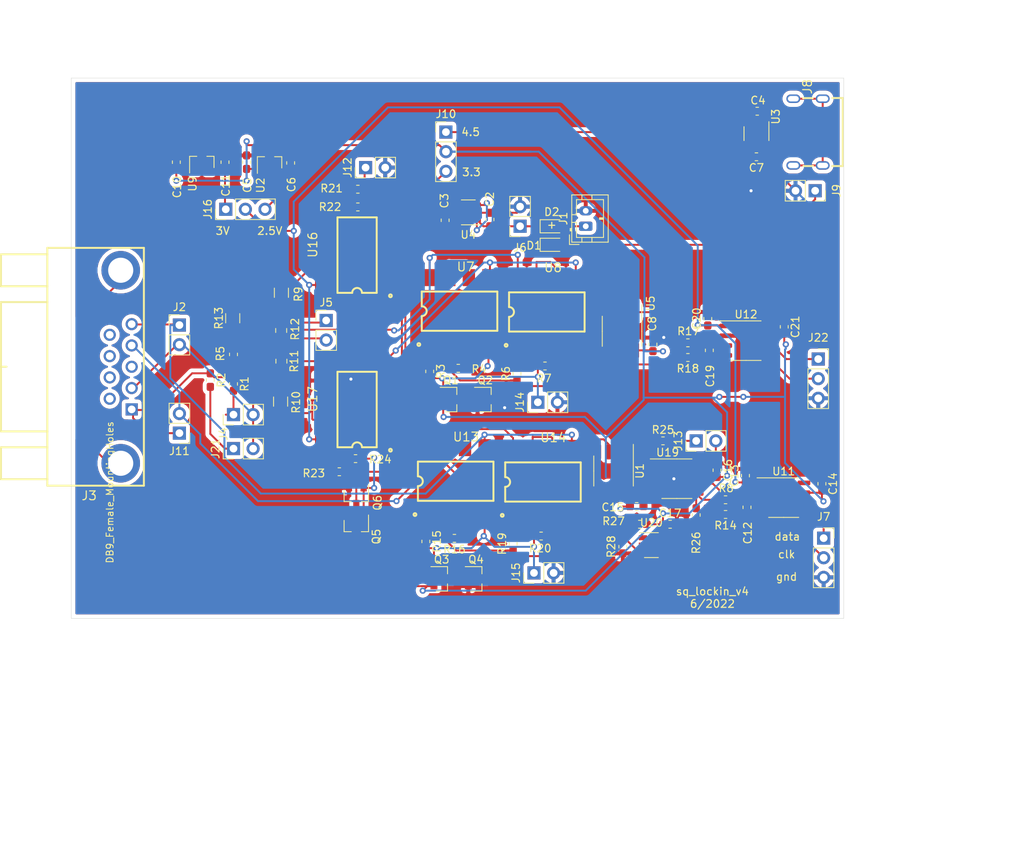
<source format=kicad_pcb>
(kicad_pcb (version 20171130) (host pcbnew "(5.1.5-0)")
  (layers (0 F.Cu signal) (31 B.Cu signal) (34 B.Paste user) (35 F.Paste user) (36 B.SilkS user) (37 F.SilkS user) (38 B.Mask user) (39 F.Mask user) (44 Edge.Cuts user))
  (net 0 "")
  (net 1 GND)
  (net 2 +3V3)
  (net 3 "Net-(C2-Pad1)")
  (net 4 "Net-(C4-Pad1)")
  (net 5 /vref)
  (net 6 /I-)
  (net 7 /I+)
  (net 8 "Net-(U4-Pad4)")
  (net 9 "Net-(J3-Pad7)")
  (net 10 "Net-(J4-Pad1)")
  (net 11 "Net-(J5-Pad2)")
  (net 12 "Net-(J5-Pad1)")
  (net 13 +4V)
  (net 14 VCC)
  (net 15 "Net-(J8-Pad0)")
  (net 16 "Net-(J8-PadA5)")
  (net 17 "Net-(J8-PadB5)")
  (net 18 "Net-(R3-Pad1)")
  (net 19 "Net-(U3-Pad4)")
  (net 20 "Net-(R4-Pad1)")
  (net 21 "Net-(R6-Pad2)")
  (net 22 "Net-(C19-Pad2)")
  (net 23 "Net-(C19-Pad1)")
  (net 24 /Sheet62237673/V-)
  (net 25 /Sheet62237673/V+)
  (net 26 "Net-(J22-Pad2)")
  (net 27 "Net-(J22-Pad1)")
  (net 28 "Net-(U12-Pad8)")
  (net 29 "Net-(C12-Pad2)")
  (net 30 "Net-(C12-Pad1)")
  (net 31 "Net-(J3-Pad0)")
  (net 32 "Net-(J3-Pad9)")
  (net 33 "Net-(J3-Pad8)")
  (net 34 "Net-(J3-Pad6)")
  (net 35 "Net-(J3-Pad3)")
  (net 36 "Net-(J7-Pad2)")
  (net 37 "Net-(J7-Pad1)")
  (net 38 "Net-(J21-Pad1)")
  (net 39 /Sheet624B5D4E/ctrl+)
  (net 40 /Sheet624B5D4E/ctrl-)
  (net 41 /Sheet624B5D4E/in+)
  (net 42 "Net-(R7-Pad2)")
  (net 43 /sheet624D2E57/V-)
  (net 44 /sheet624D2E57/V+)
  (net 45 /sheet624D2E58/ctrl+)
  (net 46 "Net-(R15-Pad1)")
  (net 47 /sheet624D2E58/ctrl-)
  (net 48 "Net-(R16-Pad1)")
  (net 49 "Net-(R19-Pad2)")
  (net 50 "Net-(R20-Pad2)")
  (net 51 /Sheet621A3D16/in+)
  (net 52 /Sheet621A3D16/in-)
  (net 53 "Net-(U11-Pad8)")
  (net 54 /sheet6256EE2A/out+)
  (net 55 /sheet6256EE2A/out-)
  (net 56 /sheet6256EE2A/ctrl+)
  (net 57 "Net-(R21-Pad1)")
  (net 58 /sheet6256EE2A/ctrl-)
  (net 59 "Net-(R22-Pad1)")
  (net 60 "Net-(R23-Pad2)")
  (net 61 "Net-(R24-Pad2)")
  (net 62 /V-)
  (net 63 /V+)
  (net 64 "Net-(J13-Pad2)")
  (net 65 "Net-(J13-Pad1)")
  (net 66 "Net-(R25-Pad1)")
  (net 67 "Net-(R26-Pad1)")
  (net 68 "Net-(R27-Pad2)")
  (net 69 "Net-(U1-Pad1)")
  (net 70 /Sheet6275CBF8/in+)
  (net 71 /Sheet6275CBF8/in-)
  (net 72 "Net-(D2-Pad2)")
  (net 73 /vref1)
  (net 74 /vref2)
  (net 75 "Net-(C15-Pad2)")
  (net 76 "Net-(U1-Pad6)")
  (module Package_TO_SOT_SMD:SOT-23-5 (layer F.Cu) (at 185.1 110.5)
    (fp_text reference U20 (at 0 -2.9) (layer F.SilkS))
    (fp_text value OPA333xxDBV)
    (pad 5 smd rect (at 1.1 -0.95) (size 1.06 0.65) (layers F.Cu F.Paste F.Mask) (net 14 VCC))
    (pad 4 smd rect (at 1.1 0.95) (size 1.06 0.65) (layers F.Cu F.Paste F.Mask) (net 67 "Net-(R26-Pad1)"))
    (pad 3 smd rect (at -1.1 0.95) (size 1.06 0.65) (layers F.Cu F.Paste F.Mask) (net 68 "Net-(R27-Pad2)"))
    (pad 2 smd rect (at -1.1 0) (size 1.06 0.65) (layers F.Cu F.Paste F.Mask) (net 1 GND))
    (pad 1 smd rect (at -1.1 -0.95) (size 1.06 0.65) (layers F.Cu F.Paste F.Mask) (net 67 "Net-(R26-Pad1)"))
  )
  (module Package_SO:SOIC-8_3.9x4.9mm_P1.27mm (layer F.Cu) (at 180.2 100.9 270)
    (fp_text reference U1 (at 0 -3.4 90) (layer F.SilkS))
    (fp_text value OPA2376xxDGK)
    (pad 8 smd roundrect (at 2.475 -1.905 270) (size 1.95 0.6) (layers F.Cu F.Paste F.Mask) (net 14 VCC))
    (pad 7 smd roundrect (at 2.475 -0.635 270) (size 1.95 0.6) (layers F.Cu F.Paste F.Mask) (net 76 "Net-(U1-Pad6)"))
    (pad 6 smd roundrect (at 2.475 0.635 270) (size 1.95 0.6) (layers F.Cu F.Paste F.Mask) (net 76 "Net-(U1-Pad6)"))
    (pad 5 smd roundrect (at 2.475 1.905 270) (size 1.95 0.6) (layers F.Cu F.Paste F.Mask) (net 70 /Sheet6275CBF8/in+))
    (pad 4 smd roundrect (at -2.475 1.905 270) (size 1.95 0.6) (layers F.Cu F.Paste F.Mask) (net 1 GND))
    (pad 3 smd roundrect (at -2.475 0.635 270) (size 1.95 0.6) (layers F.Cu F.Paste F.Mask) (net 71 /Sheet6275CBF8/in-))
    (pad 2 smd roundrect (at -2.475 -0.635 270) (size 1.95 0.6) (layers F.Cu F.Paste F.Mask) (net 69 "Net-(U1-Pad1)"))
    (pad 1 smd roundrect (at -2.475 -1.905 270) (size 1.95 0.6) (layers F.Cu F.Paste F.Mask) (net 69 "Net-(U1-Pad1)"))
  )
  (module Package_SO:SOIC-8_3.9x4.9mm_P1.27mm (layer F.Cu) (at 181.3 82.8 270)
    (fp_text reference U5 (at -3.6 -3.7 90) (layer F.SilkS))
    (fp_text value OPA2376xxDGK)
    (pad 8 smd roundrect (at 2.475 -1.905 270) (size 1.95 0.6) (layers F.Cu F.Paste F.Mask) (net 14 VCC))
    (pad 7 smd roundrect (at 2.475 -0.635 270) (size 1.95 0.6) (layers F.Cu F.Paste F.Mask) (net 25 /Sheet62237673/V+))
    (pad 6 smd roundrect (at 2.475 0.635 270) (size 1.95 0.6) (layers F.Cu F.Paste F.Mask) (net 25 /Sheet62237673/V+))
    (pad 5 smd roundrect (at 2.475 1.905 270) (size 1.95 0.6) (layers F.Cu F.Paste F.Mask) (net 51 /Sheet621A3D16/in+))
    (pad 4 smd roundrect (at -2.475 1.905 270) (size 1.95 0.6) (layers F.Cu F.Paste F.Mask) (net 1 GND))
    (pad 3 smd roundrect (at -2.475 0.635 270) (size 1.95 0.6) (layers F.Cu F.Paste F.Mask) (net 52 /Sheet621A3D16/in-))
    (pad 2 smd roundrect (at -2.475 -0.635 270) (size 1.95 0.6) (layers F.Cu F.Paste F.Mask) (net 24 /Sheet62237673/V-))
    (pad 1 smd roundrect (at -2.475 -1.905 270) (size 1.95 0.6) (layers F.Cu F.Paste F.Mask) (net 24 /Sheet62237673/V-))
  )
  (module Connector_PinHeader_2.54mm:PinHeader_1x03_P2.54mm_Vertical (layer F.Cu) (at 130 67 90)
    (fp_text reference J16 (at 0 -2.33 90) (layer F.SilkS))
    (fp_text value Conn_01x03_Male)
    (pad 3 thru_hole oval (at 0 5.08 90) (size 1.7 1.7) (drill 1) (layers *.Cu *.Mask) (net 73 /vref1))
    (pad 2 thru_hole oval (at 0 2.54 90) (size 1.7 1.7) (drill 1) (layers *.Cu *.Mask) (net 5 /vref))
    (pad 1 thru_hole rect (at 0 0 90) (size 1.7 1.7) (drill 1) (layers *.Cu *.Mask) (net 74 /vref2))
  )
  (module Package_TO_SOT_SMD:SOT-23 (layer F.Cu) (at 135.67 60.95 90)
    (fp_text reference U2 (at -2.95 -1.17 90) (layer F.SilkS))
    (fp_text value REF3325)
    (pad 3 smd rect (at 1 0 90) (size 0.9 0.8) (layers F.Cu F.Paste F.Mask) (net 1 GND))
    (pad 2 smd rect (at -1 0.95 90) (size 0.9 0.8) (layers F.Cu F.Paste F.Mask) (net 73 /vref1))
    (pad 1 smd rect (at -1 -0.95 90) (size 0.9 0.8) (layers F.Cu F.Paste F.Mask) (net 14 VCC))
  )
  (module Package_TO_SOT_SMD:SOT-23 (layer F.Cu) (at 126.9 60.9 90)
    (fp_text reference U9 (at -2.8 -1.2 90) (layer F.SilkS))
    (fp_text value REF3030)
    (pad 3 smd rect (at 1 0 90) (size 0.9 0.8) (layers F.Cu F.Paste F.Mask) (net 1 GND))
    (pad 2 smd rect (at -1 0.95 90) (size 0.9 0.8) (layers F.Cu F.Paste F.Mask) (net 74 /vref2))
    (pad 1 smd rect (at -1 -0.95 90) (size 0.9 0.8) (layers F.Cu F.Paste F.Mask) (net 14 VCC))
  )
  (module Connector_PinHeader_2.54mm:PinHeader_1x02_P2.54mm_Vertical (layer F.Cu) (at 169.9 114.1 90)
    (fp_text reference J15 (at 0 -2.33 90) (layer F.SilkS))
    (fp_text value Conn_01x02_Male_2.54mm)
    (pad 2 thru_hole oval (at 0 2.54 90) (size 1.7 1.7) (drill 1) (layers *.Cu *.Mask) (net 1 GND))
    (pad 1 thru_hole rect (at 0 0 90) (size 1.7 1.7) (drill 1) (layers *.Cu *.Mask) (net 45 /sheet624D2E58/ctrl+))
  )
  (module Connector_PinHeader_2.54mm:PinHeader_1x02_P2.54mm_Vertical (layer F.Cu) (at 170.4 92 90)
    (fp_text reference J14 (at 0 -2.33 90) (layer F.SilkS))
    (fp_text value Conn_01x02_Male_2.54mm)
    (pad 2 thru_hole oval (at 0 2.54 90) (size 1.7 1.7) (drill 1) (layers *.Cu *.Mask) (net 1 GND))
    (pad 1 thru_hole rect (at 0 0 90) (size 1.7 1.7) (drill 1) (layers *.Cu *.Mask) (net 39 /Sheet624B5D4E/ctrl+))
  )
  (module Connector_PinHeader_2.54mm:PinHeader_1x02_P2.54mm_Vertical (layer F.Cu) (at 148.1 61.6 90)
    (fp_text reference J12 (at 0 -2.33 90) (layer F.SilkS))
    (fp_text value Conn_01x02_Male_2.54mm)
    (pad 2 thru_hole oval (at 0 2.54 90) (size 1.7 1.7) (drill 1) (layers *.Cu *.Mask) (net 1 GND))
    (pad 1 thru_hole rect (at 0 0 90) (size 1.7 1.7) (drill 1) (layers *.Cu *.Mask) (net 56 /sheet6256EE2A/ctrl+))
  )
  (module Capacitor_SMD:C_0603_1608Metric_Pad1.05x0.95mm_HandSolder (layer F.Cu) (at 129.9 60.9 90)
    (fp_text reference C11 (at -3 0.1 90) (layer F.SilkS))
    (fp_text value 1uF)
    (pad 2 smd roundrect (at 0.875 0 90) (size 1.05 0.95) (layers F.Cu F.Paste F.Mask) (net 1 GND))
    (pad 1 smd roundrect (at -0.875 0 90) (size 1.05 0.95) (layers F.Cu F.Paste F.Mask) (net 74 /vref2))
  )
  (module Capacitor_SMD:C_0603_1608Metric_Pad1.05x0.95mm_HandSolder (layer F.Cu) (at 123.6 60.9 90)
    (fp_text reference C10 (at -3.2 0.1 90) (layer F.SilkS))
    (fp_text value 1uF)
    (pad 2 smd roundrect (at 0.875 0 90) (size 1.05 0.95) (layers F.Cu F.Paste F.Mask) (net 1 GND))
    (pad 1 smd roundrect (at -0.875 0 90) (size 1.05 0.95) (layers F.Cu F.Paste F.Mask) (net 14 VCC))
  )
  (module 0my_footprints:DSUB-TH_DS1037-09FNAKT74-0CC (layer F.Cu) (at 116.4 87.4 180)
    (fp_text reference J3 (at 3 -16.7) (layer F.SilkS) (effects (font (size 1.143 1.143) (thickness 0.152)) (justify right)))
    (fp_text value DB9_Female_MountingHoles (at 1.4 -7 270) (layer F.SilkS) (effects (font (size 0.889 0.889) (thickness 0.127)) (justify right)))
    (pad 0 thru_hole circle (at 0 -12.5 270) (size 5 5) (drill 3.25) (layers *.Cu *.Paste *.Mask) (net 31 "Net-(J3-Pad0)"))
    (pad 9 thru_hole circle (at 1.42 4.14 270) (size 1.575 1.575) (drill 1) (layers *.Cu *.Paste *.Mask) (net 32 "Net-(J3-Pad9)"))
    (pad 8 thru_hole circle (at 1.42 1.38 270) (size 1.575 1.575) (drill 1) (layers *.Cu *.Paste *.Mask) (net 33 "Net-(J3-Pad8)"))
    (pad 7 thru_hole circle (at 1.42 -1.38 270) (size 1.575 1.575) (drill 1) (layers *.Cu *.Paste *.Mask) (net 9 "Net-(J3-Pad7)"))
    (pad 6 thru_hole circle (at 1.42 -4.14 270) (size 1.575 1.575) (drill 1) (layers *.Cu *.Paste *.Mask) (net 34 "Net-(J3-Pad6)"))
    (pad 5 thru_hole circle (at -1.42 5.52 270) (size 1.575 1.575) (drill 1) (layers *.Cu *.Paste *.Mask) (net 62 /V-))
    (pad 4 thru_hole circle (at -1.42 2.76 270) (size 1.575 1.575) (drill 1) (layers *.Cu *.Paste *.Mask) (net 63 /V+))
    (pad 2 thru_hole circle (at -1.42 -2.76 270) (size 1.575 1.575) (drill 1) (layers *.Cu *.Paste *.Mask) (net 6 /I-))
    (pad 1 thru_hole rect (at -1.42 -5.52 270) (size 1.575 1.575) (drill 1) (layers *.Cu *.Paste *.Mask) (net 7 /I+))
    (pad 0 thru_hole circle (at 0 12.5 270) (size 5 5) (drill 3.25) (layers *.Cu *.Paste *.Mask) (net 31 "Net-(J3-Pad0)"))
    (pad 3 thru_hole circle (at -1.42 0 270) (size 1.575 1.575) (drill 1) (layers *.Cu *.Paste *.Mask) (net 35 "Net-(J3-Pad3)"))
  )
  (module Diode_SMD:D_SOD-323 (layer F.Cu) (at 172.2 69.2)
    (fp_text reference D2 (at 0 -1.85) (layer F.SilkS))
    (fp_text value LBAT54HT1G)
    (pad 2 smd rect (at 1.05 0) (size 0.6 0.45) (layers F.Cu F.Paste F.Mask) (net 72 "Net-(D2-Pad2)"))
    (pad 1 smd rect (at -1.05 0) (size 0.6 0.45) (layers F.Cu F.Paste F.Mask) (net 3 "Net-(C2-Pad1)"))
  )
  (module Diode_SMD:D_SOD-323 (layer F.Cu) (at 172.2 71.6)
    (fp_text reference D1 (at -2.3 0.1) (layer F.SilkS))
    (fp_text value LBAT54HT1G)
    (pad 2 smd rect (at 1.05 0) (size 0.6 0.45) (layers F.Cu F.Paste F.Mask) (net 4 "Net-(C4-Pad1)"))
    (pad 1 smd rect (at -1.05 0) (size 0.6 0.45) (layers F.Cu F.Paste F.Mask) (net 3 "Net-(C2-Pad1)"))
  )
  (module Package_SO:SOIC-8_3.9x4.9mm_P1.27mm (layer F.Cu) (at 188.4 101.9)
    (fp_text reference U19 (at -1.2 -3.4) (layer F.SilkS))
    (fp_text value AD623)
    (pad 8 smd roundrect (at 2.475 -1.905) (size 1.95 0.6) (layers F.Cu F.Paste F.Mask) (net 64 "Net-(J13-Pad2)"))
    (pad 7 smd roundrect (at 2.475 -0.635) (size 1.95 0.6) (layers F.Cu F.Paste F.Mask) (net 14 VCC))
    (pad 6 smd roundrect (at 2.475 0.635) (size 1.95 0.6) (layers F.Cu F.Paste F.Mask) (net 44 /sheet624D2E57/V+))
    (pad 5 smd roundrect (at 2.475 1.905) (size 1.95 0.6) (layers F.Cu F.Paste F.Mask) (net 43 /sheet624D2E57/V-))
    (pad 4 smd roundrect (at -2.475 1.905) (size 1.95 0.6) (layers F.Cu F.Paste F.Mask) (net 1 GND))
    (pad 3 smd roundrect (at -2.475 0.635) (size 1.95 0.6) (layers F.Cu F.Paste F.Mask) (net 76 "Net-(U1-Pad6)"))
    (pad 2 smd roundrect (at -2.475 -0.635) (size 1.95 0.6) (layers F.Cu F.Paste F.Mask) (net 69 "Net-(U1-Pad1)"))
    (pad 1 smd roundrect (at -2.475 -1.905) (size 1.95 0.6) (layers F.Cu F.Paste F.Mask) (net 66 "Net-(R25-Pad1)"))
  )
  (module Resistor_SMD:R_0603_1608Metric_Pad1.05x0.95mm_HandSolder (layer F.Cu) (at 181.4 110.7 270)
    (fp_text reference R28 (at 0 1.5 90) (layer F.SilkS))
    (fp_text value 10K)
    (pad 2 smd roundrect (at 0.875 0 270) (size 1.05 0.95) (layers F.Cu F.Paste F.Mask) (net 1 GND))
    (pad 1 smd roundrect (at -0.875 0 270) (size 1.05 0.95) (layers F.Cu F.Paste F.Mask) (net 68 "Net-(R27-Pad2)"))
  )
  (module Resistor_SMD:R_0603_1608Metric_Pad1.05x0.95mm_HandSolder (layer F.Cu) (at 183.6 107.8 180)
    (fp_text reference R27 (at 3.4 0.4) (layer F.SilkS))
    (fp_text value 10K)
    (pad 2 smd roundrect (at 0.875 0 180) (size 1.05 0.95) (layers F.Cu F.Paste F.Mask) (net 68 "Net-(R27-Pad2)"))
    (pad 1 smd roundrect (at -0.875 0 180) (size 1.05 0.95) (layers F.Cu F.Paste F.Mask) (net 14 VCC))
  )
  (module Resistor_SMD:R_0603_1608Metric_Pad1.05x0.95mm_HandSolder (layer F.Cu) (at 190.9 106.6 90)
    (fp_text reference R26 (at -3.6 0 90) (layer F.SilkS))
    (fp_text value 10)
    (pad 2 smd roundrect (at 0.875 0 90) (size 1.05 0.95) (layers F.Cu F.Paste F.Mask) (net 43 /sheet624D2E57/V-))
    (pad 1 smd roundrect (at -0.875 0 90) (size 1.05 0.95) (layers F.Cu F.Paste F.Mask) (net 67 "Net-(R26-Pad1)"))
  )
  (module Resistor_SMD:R_0603_1608Metric_Pad1.05x0.95mm_HandSolder (layer F.Cu) (at 186.6 97)
    (fp_text reference R25 (at 0 -1.43) (layer F.SilkS))
    (fp_text value 100)
    (pad 2 smd roundrect (at 0.875 0) (size 1.05 0.95) (layers F.Cu F.Paste F.Mask) (net 65 "Net-(J13-Pad1)"))
    (pad 1 smd roundrect (at -0.875 0) (size 1.05 0.95) (layers F.Cu F.Paste F.Mask) (net 66 "Net-(R25-Pad1)"))
  )
  (module Connector_PinHeader_2.54mm:PinHeader_1x02_P2.54mm_Vertical (layer F.Cu) (at 190.9 97 90)
    (fp_text reference J13 (at 0 -2.33 90) (layer F.SilkS))
    (fp_text value Conn_01x02_Male_2.54mm)
    (pad 2 thru_hole oval (at 0 2.54 90) (size 1.7 1.7) (drill 1) (layers *.Cu *.Mask) (net 64 "Net-(J13-Pad2)"))
    (pad 1 thru_hole rect (at 0 0 90) (size 1.7 1.7) (drill 1) (layers *.Cu *.Mask) (net 65 "Net-(J13-Pad1)"))
  )
  (module Capacitor_SMD:C_0603_1608Metric_Pad1.05x0.95mm_HandSolder (layer F.Cu) (at 187.525 107.8)
    (fp_text reference C17 (at 0 -1.43) (layer F.SilkS))
    (fp_text value 100nF)
    (pad 2 smd roundrect (at 0.875 0) (size 1.05 0.95) (layers F.Cu F.Paste F.Mask) (net 1 GND))
    (pad 1 smd roundrect (at -0.875 0) (size 1.05 0.95) (layers F.Cu F.Paste F.Mask) (net 14 VCC))
  )
  (module Capacitor_SMD:C_0603_1608Metric_Pad1.05x0.95mm_HandSolder (layer F.Cu) (at 193.6 100.8 270)
    (fp_text reference C16 (at 0 -1.43 90) (layer F.SilkS))
    (fp_text value 100nF)
    (pad 2 smd roundrect (at 0.875 0 270) (size 1.05 0.95) (layers F.Cu F.Paste F.Mask) (net 14 VCC))
    (pad 1 smd roundrect (at -0.875 0 270) (size 1.05 0.95) (layers F.Cu F.Paste F.Mask) (net 1 GND))
  )
  (module Capacitor_SMD:C_0603_1608Metric_Pad1.05x0.95mm_HandSolder (layer F.Cu) (at 183.2 105.5)
    (fp_text reference C15 (at -3.1 0.1) (layer F.SilkS))
    (fp_text value 100nF)
    (pad 2 smd roundrect (at 0.875 0) (size 1.05 0.95) (layers F.Cu F.Paste F.Mask) (net 75 "Net-(C15-Pad2)"))
    (pad 1 smd roundrect (at -0.875 0) (size 1.05 0.95) (layers F.Cu F.Paste F.Mask) (net 14 VCC))
  )
  (module Package_TO_SOT_SMD:SOT-23 (layer F.Cu) (at 146.9 104.1 270)
    (fp_text reference Q6 (at 0.92 -2.75 90) (layer F.SilkS))
    (fp_text value 2N7002)
    (pad 3 smd rect (at 1 0 270) (size 0.9 0.8) (layers F.Cu F.Paste F.Mask) (net 58 /sheet6256EE2A/ctrl-))
    (pad 2 smd rect (at -1 0.95 270) (size 0.9 0.8) (layers F.Cu F.Paste F.Mask) (net 1 GND))
    (pad 1 smd rect (at -1 -0.95 270) (size 0.9 0.8) (layers F.Cu F.Paste F.Mask) (net 56 /sheet6256EE2A/ctrl+))
  )
  (module Package_TO_SOT_SMD:SOT-23 (layer F.Cu) (at 146.9 108 270)
    (fp_text reference Q5 (at 1.4 -2.6 90) (layer F.SilkS))
    (fp_text value BSS84)
    (pad 3 smd rect (at 1 0 270) (size 0.9 0.8) (layers F.Cu F.Paste F.Mask) (net 58 /sheet6256EE2A/ctrl-))
    (pad 2 smd rect (at -1 0.95 270) (size 0.9 0.8) (layers F.Cu F.Paste F.Mask) (net 14 VCC))
    (pad 1 smd rect (at -1 -0.95 270) (size 0.9 0.8) (layers F.Cu F.Paste F.Mask) (net 56 /sheet6256EE2A/ctrl+))
  )
  (module Package_TO_SOT_SMD:SOT-23 (layer F.Cu) (at 162.4 114.87)
    (fp_text reference Q4 (at 0 -2.5) (layer F.SilkS))
    (fp_text value 2N7002)
    (pad 3 smd rect (at 1 0) (size 0.9 0.8) (layers F.Cu F.Paste F.Mask) (net 47 /sheet624D2E58/ctrl-))
    (pad 2 smd rect (at -1 0.95) (size 0.9 0.8) (layers F.Cu F.Paste F.Mask) (net 1 GND))
    (pad 1 smd rect (at -1 -0.95) (size 0.9 0.8) (layers F.Cu F.Paste F.Mask) (net 45 /sheet624D2E58/ctrl+))
  )
  (module Package_TO_SOT_SMD:SOT-23 (layer F.Cu) (at 157.95 114.87)
    (fp_text reference Q3 (at 0 -2.5) (layer F.SilkS))
    (fp_text value BSS84)
    (pad 3 smd rect (at 1 0) (size 0.9 0.8) (layers F.Cu F.Paste F.Mask) (net 47 /sheet624D2E58/ctrl-))
    (pad 2 smd rect (at -1 0.95) (size 0.9 0.8) (layers F.Cu F.Paste F.Mask) (net 14 VCC))
    (pad 1 smd rect (at -1 -0.95) (size 0.9 0.8) (layers F.Cu F.Paste F.Mask) (net 45 /sheet624D2E58/ctrl+))
  )
  (module Package_TO_SOT_SMD:SOT-23 (layer F.Cu) (at 163.6 91.65)
    (fp_text reference Q2 (at 0 -2.5) (layer F.SilkS))
    (fp_text value 2N7002)
    (pad 3 smd rect (at 1 0) (size 0.9 0.8) (layers F.Cu F.Paste F.Mask) (net 40 /Sheet624B5D4E/ctrl-))
    (pad 2 smd rect (at -1 0.95) (size 0.9 0.8) (layers F.Cu F.Paste F.Mask) (net 1 GND))
    (pad 1 smd rect (at -1 -0.95) (size 0.9 0.8) (layers F.Cu F.Paste F.Mask) (net 39 /Sheet624B5D4E/ctrl+))
  )
  (module Package_TO_SOT_SMD:SOT-23 (layer F.Cu) (at 159.15 91.65)
    (fp_text reference Q1 (at 0 -2.5) (layer F.SilkS))
    (fp_text value BSS84)
    (pad 3 smd rect (at 1 0) (size 0.9 0.8) (layers F.Cu F.Paste F.Mask) (net 40 /Sheet624B5D4E/ctrl-))
    (pad 2 smd rect (at -1 0.95) (size 0.9 0.8) (layers F.Cu F.Paste F.Mask) (net 14 VCC))
    (pad 1 smd rect (at -1 -0.95) (size 0.9 0.8) (layers F.Cu F.Paste F.Mask) (net 39 /Sheet624B5D4E/ctrl+))
  )
  (module Connector_PinHeader_2.54mm:PinHeader_1x02_P2.54mm_Vertical (layer F.Cu) (at 124 96 180)
    (fp_text reference J11 (at 0 -2.33) (layer F.SilkS))
    (fp_text value Conn_01x02_Male_2.54mm)
    (pad 2 thru_hole oval (at 0 2.54 180) (size 1.7 1.7) (drill 1) (layers *.Cu *.Mask) (net 63 /V+))
    (pad 1 thru_hole rect (at 0 0 180) (size 1.7 1.7) (drill 1) (layers *.Cu *.Mask) (net 7 /I+))
  )
  (module Connector_PinHeader_2.54mm:PinHeader_1x02_P2.54mm_Vertical (layer F.Cu) (at 124 82)
    (fp_text reference J2 (at 0 -2.33) (layer F.SilkS))
    (fp_text value Conn_01x02_Male_2.54mm)
    (pad 2 thru_hole oval (at 0 2.54) (size 1.7 1.7) (drill 1) (layers *.Cu *.Mask) (net 6 /I-))
    (pad 1 thru_hole rect (at 0 0) (size 1.7 1.7) (drill 1) (layers *.Cu *.Mask) (net 62 /V-))
  )
  (module 0my_footprints:SMD-8_L9.8-W6.4-P2.54-LS10.0-BL (layer F.Cu) (at 147 93 90)
    (fp_text reference U17 (at -0.381 -5.741 90) (layer F.SilkS) (effects (font (size 1.143 1.143) (thickness 0.152)) (justify left)))
    (fp_text value AQW212EHAX hide)
    (pad 1 smd rect (at -3.81 4.35 90) (size 1.6 2.2) (layers F.Cu F.Paste F.Mask) (net 60 "Net-(R23-Pad2)"))
    (pad 2 smd rect (at -1.27 4.35 90) (size 1.6 2.2) (layers F.Cu F.Paste F.Mask) (net 56 /sheet6256EE2A/ctrl+))
    (pad 6 smd rect (at 1.27 -4.35 90) (size 1.6 2.2) (layers F.Cu F.Paste F.Mask) (net 55 /sheet6256EE2A/out-))
    (pad 4 smd rect (at 3.81 4.35 90) (size 1.6 2.2) (layers F.Cu F.Paste F.Mask) (net 58 /sheet6256EE2A/ctrl-))
    (pad 5 smd rect (at 3.81 -4.35 90) (size 1.6 2.2) (layers F.Cu F.Paste F.Mask) (net 1 GND))
    (pad 7 smd rect (at -1.27 -4.35 90) (size 1.6 2.2) (layers F.Cu F.Paste F.Mask) (net 55 /sheet6256EE2A/out-))
    (pad 8 smd rect (at -3.81 -4.35 90) (size 1.6 2.2) (layers F.Cu F.Paste F.Mask) (net 5 /vref))
    (pad 3 smd rect (at 1.27 4.35 90) (size 1.6 2.2) (layers F.Cu F.Paste F.Mask) (net 61 "Net-(R24-Pad2)"))
  )
  (module 0my_footprints:SMD-8_L9.8-W6.4-P2.54-LS10.0-BL (layer F.Cu) (at 147 73 90)
    (fp_text reference U16 (at -0.381 -5.741 90) (layer F.SilkS) (effects (font (size 1.143 1.143) (thickness 0.152)) (justify left)))
    (fp_text value AQW212EHAX hide)
    (pad 1 smd rect (at -3.81 4.35 90) (size 1.6 2.2) (layers F.Cu F.Paste F.Mask) (net 57 "Net-(R21-Pad1)"))
    (pad 2 smd rect (at -1.27 4.35 90) (size 1.6 2.2) (layers F.Cu F.Paste F.Mask) (net 58 /sheet6256EE2A/ctrl-))
    (pad 6 smd rect (at 1.27 -4.35 90) (size 1.6 2.2) (layers F.Cu F.Paste F.Mask) (net 54 /sheet6256EE2A/out+))
    (pad 4 smd rect (at 3.81 4.35 90) (size 1.6 2.2) (layers F.Cu F.Paste F.Mask) (net 56 /sheet6256EE2A/ctrl+))
    (pad 5 smd rect (at 3.81 -4.35 90) (size 1.6 2.2) (layers F.Cu F.Paste F.Mask) (net 1 GND))
    (pad 7 smd rect (at -1.27 -4.35 90) (size 1.6 2.2) (layers F.Cu F.Paste F.Mask) (net 54 /sheet6256EE2A/out+))
    (pad 8 smd rect (at -3.81 -4.35 90) (size 1.6 2.2) (layers F.Cu F.Paste F.Mask) (net 5 /vref))
    (pad 3 smd rect (at 1.27 4.35 90) (size 1.6 2.2) (layers F.Cu F.Paste F.Mask) (net 59 "Net-(R22-Pad1)"))
  )
  (module Resistor_SMD:R_0603_1608Metric_Pad1.05x0.95mm_HandSolder (layer F.Cu) (at 146.8 99.3 180)
    (fp_text reference R24 (at -3.2 -0.1) (layer F.SilkS))
    (fp_text value 200)
    (pad 2 smd roundrect (at 0.875 0 180) (size 1.05 0.95) (layers F.Cu F.Paste F.Mask) (net 61 "Net-(R24-Pad2)"))
    (pad 1 smd roundrect (at -0.875 0 180) (size 1.05 0.95) (layers F.Cu F.Paste F.Mask) (net 56 /sheet6256EE2A/ctrl+))
  )
  (module Resistor_SMD:R_0603_1608Metric_Pad1.05x0.95mm_HandSolder (layer F.Cu) (at 144.7 101)
    (fp_text reference R23 (at -3.3 0.2) (layer F.SilkS))
    (fp_text value 200)
    (pad 2 smd roundrect (at 0.875 0) (size 1.05 0.95) (layers F.Cu F.Paste F.Mask) (net 60 "Net-(R23-Pad2)"))
    (pad 1 smd roundrect (at -0.875 0) (size 1.05 0.95) (layers F.Cu F.Paste F.Mask) (net 58 /sheet6256EE2A/ctrl-))
  )
  (module Resistor_SMD:R_0603_1608Metric_Pad1.05x0.95mm_HandSolder (layer F.Cu) (at 147.1 66.7 180)
    (fp_text reference R22 (at 3.6 0) (layer F.SilkS))
    (fp_text value 200)
    (pad 2 smd roundrect (at 0.875 0 180) (size 1.05 0.95) (layers F.Cu F.Paste F.Mask) (net 58 /sheet6256EE2A/ctrl-))
    (pad 1 smd roundrect (at -0.875 0 180) (size 1.05 0.95) (layers F.Cu F.Paste F.Mask) (net 59 "Net-(R22-Pad1)"))
  )
  (module Resistor_SMD:R_0603_1608Metric_Pad1.05x0.95mm_HandSolder (layer F.Cu) (at 147.1 64.4)
    (fp_text reference R21 (at -3.4 -0.1) (layer F.SilkS))
    (fp_text value 200)
    (pad 2 smd roundrect (at 0.875 0) (size 1.05 0.95) (layers F.Cu F.Paste F.Mask) (net 56 /sheet6256EE2A/ctrl+))
    (pad 1 smd roundrect (at -0.875 0) (size 1.05 0.95) (layers F.Cu F.Paste F.Mask) (net 57 "Net-(R21-Pad1)"))
  )
  (module 0my_footprints:SMD-8_L9.8-W6.4-P2.54-LS10.0-BL (layer F.Cu) (at 171 102.325)
    (fp_text reference U14 (at -0.381 -5.741) (layer F.SilkS) (effects (font (size 1.143 1.143) (thickness 0.152)) (justify left)))
    (fp_text value AQW212EHAX hide)
    (pad 1 smd rect (at -3.81 4.35) (size 1.6 2.2) (layers F.Cu F.Paste F.Mask) (net 49 "Net-(R19-Pad2)"))
    (pad 2 smd rect (at -1.27 4.35) (size 1.6 2.2) (layers F.Cu F.Paste F.Mask) (net 45 /sheet624D2E58/ctrl+))
    (pad 6 smd rect (at 1.27 -4.35) (size 1.6 2.2) (layers F.Cu F.Paste F.Mask) (net 71 /Sheet6275CBF8/in-))
    (pad 4 smd rect (at 3.81 4.35) (size 1.6 2.2) (layers F.Cu F.Paste F.Mask) (net 47 /sheet624D2E58/ctrl-))
    (pad 5 smd rect (at 3.81 -4.35) (size 1.6 2.2) (layers F.Cu F.Paste F.Mask) (net 62 /V-))
    (pad 7 smd rect (at -1.27 -4.35) (size 1.6 2.2) (layers F.Cu F.Paste F.Mask) (net 71 /Sheet6275CBF8/in-))
    (pad 8 smd rect (at -3.81 -4.35) (size 1.6 2.2) (layers F.Cu F.Paste F.Mask) (net 63 /V+))
    (pad 3 smd rect (at 1.27 4.35) (size 1.6 2.2) (layers F.Cu F.Paste F.Mask) (net 50 "Net-(R20-Pad2)"))
  )
  (module 0my_footprints:SMD-8_L9.8-W6.4-P2.54-LS10.0-BL (layer F.Cu) (at 159.7 102.225)
    (fp_text reference U13 (at -0.381 -5.741) (layer F.SilkS) (effects (font (size 1.143 1.143) (thickness 0.152)) (justify left)))
    (fp_text value AQW212EHAX hide)
    (pad 1 smd rect (at -3.81 4.35) (size 1.6 2.2) (layers F.Cu F.Paste F.Mask) (net 46 "Net-(R15-Pad1)"))
    (pad 2 smd rect (at -1.27 4.35) (size 1.6 2.2) (layers F.Cu F.Paste F.Mask) (net 47 /sheet624D2E58/ctrl-))
    (pad 6 smd rect (at 1.27 -4.35) (size 1.6 2.2) (layers F.Cu F.Paste F.Mask) (net 70 /Sheet6275CBF8/in+))
    (pad 4 smd rect (at 3.81 4.35) (size 1.6 2.2) (layers F.Cu F.Paste F.Mask) (net 45 /sheet624D2E58/ctrl+))
    (pad 5 smd rect (at 3.81 -4.35) (size 1.6 2.2) (layers F.Cu F.Paste F.Mask) (net 62 /V-))
    (pad 7 smd rect (at -1.27 -4.35) (size 1.6 2.2) (layers F.Cu F.Paste F.Mask) (net 70 /Sheet6275CBF8/in+))
    (pad 8 smd rect (at -3.81 -4.35) (size 1.6 2.2) (layers F.Cu F.Paste F.Mask) (net 63 /V+))
    (pad 3 smd rect (at 1.27 4.35) (size 1.6 2.2) (layers F.Cu F.Paste F.Mask) (net 48 "Net-(R16-Pad1)"))
  )
  (module 0my_footprints:SMD-8_L9.8-W6.4-P2.54-LS10.0-BL (layer F.Cu) (at 171.5 80.3)
    (fp_text reference U8 (at -0.381 -5.741) (layer F.SilkS) (effects (font (size 1.143 1.143) (thickness 0.152)) (justify left)))
    (fp_text value AQW212EHAX hide)
    (pad 1 smd rect (at -3.81 4.35) (size 1.6 2.2) (layers F.Cu F.Paste F.Mask) (net 21 "Net-(R6-Pad2)"))
    (pad 2 smd rect (at -1.27 4.35) (size 1.6 2.2) (layers F.Cu F.Paste F.Mask) (net 39 /Sheet624B5D4E/ctrl+))
    (pad 6 smd rect (at 1.27 -4.35) (size 1.6 2.2) (layers F.Cu F.Paste F.Mask) (net 52 /Sheet621A3D16/in-))
    (pad 4 smd rect (at 3.81 4.35) (size 1.6 2.2) (layers F.Cu F.Paste F.Mask) (net 40 /Sheet624B5D4E/ctrl-))
    (pad 5 smd rect (at 3.81 -4.35) (size 1.6 2.2) (layers F.Cu F.Paste F.Mask) (net 7 /I+))
    (pad 7 smd rect (at -1.27 -4.35) (size 1.6 2.2) (layers F.Cu F.Paste F.Mask) (net 52 /Sheet621A3D16/in-))
    (pad 8 smd rect (at -3.81 -4.35) (size 1.6 2.2) (layers F.Cu F.Paste F.Mask) (net 41 /Sheet624B5D4E/in+))
    (pad 3 smd rect (at 1.27 4.35) (size 1.6 2.2) (layers F.Cu F.Paste F.Mask) (net 42 "Net-(R7-Pad2)"))
  )
  (module 0my_footprints:SMD-8_L9.8-W6.4-P2.54-LS10.0-BL (layer F.Cu) (at 160.2 80.2)
    (fp_text reference U7 (at -0.381 -5.741) (layer F.SilkS) (effects (font (size 1.143 1.143) (thickness 0.152)) (justify left)))
    (fp_text value AQW212EHAX hide)
    (pad 1 smd rect (at -3.81 4.35) (size 1.6 2.2) (layers F.Cu F.Paste F.Mask) (net 18 "Net-(R3-Pad1)"))
    (pad 2 smd rect (at -1.27 4.35) (size 1.6 2.2) (layers F.Cu F.Paste F.Mask) (net 40 /Sheet624B5D4E/ctrl-))
    (pad 6 smd rect (at 1.27 -4.35) (size 1.6 2.2) (layers F.Cu F.Paste F.Mask) (net 51 /Sheet621A3D16/in+))
    (pad 4 smd rect (at 3.81 4.35) (size 1.6 2.2) (layers F.Cu F.Paste F.Mask) (net 39 /Sheet624B5D4E/ctrl+))
    (pad 5 smd rect (at 3.81 -4.35) (size 1.6 2.2) (layers F.Cu F.Paste F.Mask) (net 7 /I+))
    (pad 7 smd rect (at -1.27 -4.35) (size 1.6 2.2) (layers F.Cu F.Paste F.Mask) (net 51 /Sheet621A3D16/in+))
    (pad 8 smd rect (at -3.81 -4.35) (size 1.6 2.2) (layers F.Cu F.Paste F.Mask) (net 41 /Sheet624B5D4E/in+))
    (pad 3 smd rect (at 1.27 4.35) (size 1.6 2.2) (layers F.Cu F.Paste F.Mask) (net 20 "Net-(R4-Pad1)"))
  )
  (module Package_SO:SOP-8_3.9x4.9mm_P1.27mm (layer F.Cu) (at 202.225 104.35)
    (fp_text reference U11 (at 0 -3.4 180) (layer F.SilkS))
    (fp_text value HX710C)
    (pad 8 smd roundrect (at 2.625 -1.905) (size 1.65 0.6) (layers F.Cu F.Paste F.Mask) (net 53 "Net-(U11-Pad8)"))
    (pad 7 smd roundrect (at 2.625 -0.635) (size 1.65 0.6) (layers F.Cu F.Paste F.Mask) (net 14 VCC))
    (pad 6 smd roundrect (at 2.625 0.635) (size 1.65 0.6) (layers F.Cu F.Paste F.Mask) (net 37 "Net-(J7-Pad1)"))
    (pad 5 smd roundrect (at 2.625 1.905) (size 1.65 0.6) (layers F.Cu F.Paste F.Mask) (net 36 "Net-(J7-Pad2)"))
    (pad 4 smd roundrect (at -2.625 1.905) (size 1.65 0.6) (layers F.Cu F.Paste F.Mask) (net 30 "Net-(C12-Pad1)"))
    (pad 3 smd roundrect (at -2.625 0.635) (size 1.65 0.6) (layers F.Cu F.Paste F.Mask) (net 29 "Net-(C12-Pad2)"))
    (pad 2 smd roundrect (at -2.625 -0.635) (size 1.65 0.6) (layers F.Cu F.Paste F.Mask) (net 1 GND))
    (pad 1 smd roundrect (at -2.625 -1.905) (size 1.65 0.6) (layers F.Cu F.Paste F.Mask) (net 5 /vref))
  )
  (module Resistor_SMD:R_0603_1608Metric_Pad1.05x0.95mm_HandSolder (layer F.Cu) (at 170.825 109.325)
    (fp_text reference R20 (at -0.125 1.6) (layer F.SilkS))
    (fp_text value 200)
    (pad 2 smd roundrect (at 0.875 0) (size 1.05 0.95) (layers F.Cu F.Paste F.Mask) (net 50 "Net-(R20-Pad2)"))
    (pad 1 smd roundrect (at -0.875 0) (size 1.05 0.95) (layers F.Cu F.Paste F.Mask) (net 45 /sheet624D2E58/ctrl+))
  )
  (module Resistor_SMD:R_0603_1608Metric_Pad1.05x0.95mm_HandSolder (layer F.Cu) (at 167.2 110.325 90)
    (fp_text reference R19 (at 0 -1.43 90) (layer F.SilkS))
    (fp_text value 200)
    (pad 2 smd roundrect (at 0.875 0 90) (size 1.05 0.95) (layers F.Cu F.Paste F.Mask) (net 49 "Net-(R19-Pad2)"))
    (pad 1 smd roundrect (at -0.875 0 90) (size 1.05 0.95) (layers F.Cu F.Paste F.Mask) (net 47 /sheet624D2E58/ctrl-))
  )
  (module Resistor_SMD:R_0603_1608Metric_Pad1.05x0.95mm_HandSolder (layer F.Cu) (at 159.6 109.625 180)
    (fp_text reference R16 (at 0 -1.43) (layer F.SilkS))
    (fp_text value 200)
    (pad 2 smd roundrect (at 0.875 0 180) (size 1.05 0.95) (layers F.Cu F.Paste F.Mask) (net 47 /sheet624D2E58/ctrl-))
    (pad 1 smd roundrect (at -0.875 0 180) (size 1.05 0.95) (layers F.Cu F.Paste F.Mask) (net 48 "Net-(R16-Pad1)"))
  )
  (module Resistor_SMD:R_0603_1608Metric_Pad1.05x0.95mm_HandSolder (layer F.Cu) (at 155.9 110.025 270)
    (fp_text reference R15 (at 0 -1.43 90) (layer F.SilkS))
    (fp_text value 200)
    (pad 2 smd roundrect (at 0.875 0 270) (size 1.05 0.95) (layers F.Cu F.Paste F.Mask) (net 45 /sheet624D2E58/ctrl+))
    (pad 1 smd roundrect (at -0.875 0 270) (size 1.05 0.95) (layers F.Cu F.Paste F.Mask) (net 46 "Net-(R15-Pad1)"))
  )
  (module Resistor_SMD:R_0603_1608Metric_Pad1.05x0.95mm_HandSolder (layer F.Cu) (at 194.7 106.53 180)
    (fp_text reference R14 (at 0 -1.43 180) (layer F.SilkS))
    (fp_text value 100)
    (pad 2 smd roundrect (at 0.875 0 180) (size 1.05 0.95) (layers F.Cu F.Paste F.Mask) (net 44 /sheet624D2E57/V+))
    (pad 1 smd roundrect (at -0.875 0 180) (size 1.05 0.95) (layers F.Cu F.Paste F.Mask) (net 30 "Net-(C12-Pad1)"))
  )
  (module Resistor_SMD:R_0603_1608Metric_Pad1.05x0.95mm_HandSolder (layer F.Cu) (at 194.7 104.63 180)
    (fp_text reference R8 (at -0.075 1.5 180) (layer F.SilkS))
    (fp_text value 100)
    (pad 2 smd roundrect (at 0.875 0 180) (size 1.05 0.95) (layers F.Cu F.Paste F.Mask) (net 43 /sheet624D2E57/V-))
    (pad 1 smd roundrect (at -0.875 0 180) (size 1.05 0.95) (layers F.Cu F.Paste F.Mask) (net 29 "Net-(C12-Pad2)"))
  )
  (module Resistor_SMD:R_0603_1608Metric_Pad1.05x0.95mm_HandSolder (layer F.Cu) (at 171.325 87.3)
    (fp_text reference R7 (at -0.125 1.6) (layer F.SilkS))
    (fp_text value 200)
    (pad 2 smd roundrect (at 0.875 0) (size 1.05 0.95) (layers F.Cu F.Paste F.Mask) (net 42 "Net-(R7-Pad2)"))
    (pad 1 smd roundrect (at -0.875 0) (size 1.05 0.95) (layers F.Cu F.Paste F.Mask) (net 39 /Sheet624B5D4E/ctrl+))
  )
  (module Resistor_SMD:R_0603_1608Metric_Pad1.05x0.95mm_HandSolder (layer F.Cu) (at 167.7 88.3 90)
    (fp_text reference R6 (at 0 -1.43 90) (layer F.SilkS))
    (fp_text value 200)
    (pad 2 smd roundrect (at 0.875 0 90) (size 1.05 0.95) (layers F.Cu F.Paste F.Mask) (net 21 "Net-(R6-Pad2)"))
    (pad 1 smd roundrect (at -0.875 0 90) (size 1.05 0.95) (layers F.Cu F.Paste F.Mask) (net 40 /Sheet624B5D4E/ctrl-))
  )
  (module Resistor_SMD:R_0603_1608Metric_Pad1.05x0.95mm_HandSolder (layer F.Cu) (at 160.1 87.6 180)
    (fp_text reference R4 (at -2.7 -0.1) (layer F.SilkS))
    (fp_text value 200)
    (pad 2 smd roundrect (at 0.875 0 180) (size 1.05 0.95) (layers F.Cu F.Paste F.Mask) (net 40 /Sheet624B5D4E/ctrl-))
    (pad 1 smd roundrect (at -0.875 0 180) (size 1.05 0.95) (layers F.Cu F.Paste F.Mask) (net 20 "Net-(R4-Pad1)"))
  )
  (module Resistor_SMD:R_0603_1608Metric_Pad1.05x0.95mm_HandSolder (layer F.Cu) (at 156.4 88 270)
    (fp_text reference R3 (at 0 -1.43 90) (layer F.SilkS))
    (fp_text value 200)
    (pad 2 smd roundrect (at 0.875 0 270) (size 1.05 0.95) (layers F.Cu F.Paste F.Mask) (net 39 /Sheet624B5D4E/ctrl+))
    (pad 1 smd roundrect (at -0.875 0 270) (size 1.05 0.95) (layers F.Cu F.Paste F.Mask) (net 18 "Net-(R3-Pad1)"))
  )
  (module Resistor_SMD:R_0603_1608Metric_Pad1.05x0.95mm_HandSolder (layer F.Cu) (at 128 89.125 270)
    (fp_text reference R2 (at 0 -1.43 90) (layer F.SilkS))
    (fp_text value "1K 0.1%")
    (pad 2 smd roundrect (at 0.875 0 270) (size 1.05 0.95) (layers F.Cu F.Paste F.Mask) (net 38 "Net-(J21-Pad1)"))
    (pad 1 smd roundrect (at -0.875 0 270) (size 1.05 0.95) (layers F.Cu F.Paste F.Mask) (net 7 /I+))
  )
  (module Connector_PinSocket_2.54mm:PinSocket_1x03_P2.54mm_Vertical (layer F.Cu) (at 207.4 109.6)
    (fp_text reference J7 (at 0 -2.77 180) (layer F.SilkS))
    (fp_text value Conn_01x03_Female)
    (pad 3 thru_hole oval (at 0 5.08) (size 1.7 1.7) (drill 1) (layers *.Cu *.Mask) (net 1 GND))
    (pad 2 thru_hole oval (at 0 2.54) (size 1.7 1.7) (drill 1) (layers *.Cu *.Mask) (net 36 "Net-(J7-Pad2)"))
    (pad 1 thru_hole rect (at 0 0) (size 1.7 1.7) (drill 1) (layers *.Cu *.Mask) (net 37 "Net-(J7-Pad1)"))
  )
  (module Capacitor_SMD:C_0603_1608Metric_Pad1.05x0.95mm_HandSolder (layer F.Cu) (at 207.175 102.555 270)
    (fp_text reference C14 (at 0 -1.43 270) (layer F.SilkS))
    (fp_text value 100nF)
    (pad 2 smd roundrect (at 0.875 0 270) (size 1.05 0.95) (layers F.Cu F.Paste F.Mask) (net 14 VCC))
    (pad 1 smd roundrect (at -0.875 0 270) (size 1.05 0.95) (layers F.Cu F.Paste F.Mask) (net 1 GND))
  )
  (module Capacitor_SMD:C_0603_1608Metric_Pad1.05x0.95mm_HandSolder (layer F.Cu) (at 197.275 101.505 90)
    (fp_text reference C13 (at 0 -1.43 270) (layer F.SilkS))
    (fp_text value 100nF)
    (pad 2 smd roundrect (at 0.875 0 90) (size 1.05 0.95) (layers F.Cu F.Paste F.Mask) (net 1 GND))
    (pad 1 smd roundrect (at -0.875 0 90) (size 1.05 0.95) (layers F.Cu F.Paste F.Mask) (net 5 /vref))
  )
  (module Capacitor_SMD:C_0603_1608Metric_Pad1.05x0.95mm_HandSolder (layer F.Cu) (at 197.475 105.605 90)
    (fp_text reference C12 (at -3.325 0.1 270) (layer F.SilkS))
    (fp_text value 100nF)
    (pad 2 smd roundrect (at 0.875 0 90) (size 1.05 0.95) (layers F.Cu F.Paste F.Mask) (net 29 "Net-(C12-Pad2)"))
    (pad 1 smd roundrect (at -0.875 0 90) (size 1.05 0.95) (layers F.Cu F.Paste F.Mask) (net 30 "Net-(C12-Pad1)"))
  )
  (module Capacitor_SMD:C_0603_1608Metric_Pad1.05x0.95mm_HandSolder (layer F.Cu) (at 138.4 61 90)
    (fp_text reference C6 (at -2.8 0.1 90) (layer F.SilkS))
    (fp_text value 1uF)
    (pad 2 smd roundrect (at 0.875 0 90) (size 1.05 0.95) (layers F.Cu F.Paste F.Mask) (net 1 GND))
    (pad 1 smd roundrect (at -0.875 0 90) (size 1.05 0.95) (layers F.Cu F.Paste F.Mask) (net 73 /vref1))
  )
  (module Capacitor_SMD:C_0603_1608Metric_Pad1.05x0.95mm_HandSolder (layer F.Cu) (at 132.7 60.9 90)
    (fp_text reference C5 (at -3 0.1 90) (layer F.SilkS))
    (fp_text value 1uF)
    (pad 2 smd roundrect (at 0.875 0 90) (size 1.05 0.95) (layers F.Cu F.Paste F.Mask) (net 1 GND))
    (pad 1 smd roundrect (at -0.875 0 90) (size 1.05 0.95) (layers F.Cu F.Paste F.Mask) (net 14 VCC))
  )
  (module Package_SO:SOP-8_3.9x4.9mm_P1.27mm (layer F.Cu) (at 197.35 84.02)
    (fp_text reference U12 (at 0 -3.4) (layer F.SilkS))
    (fp_text value HX710C)
    (pad 8 smd roundrect (at 2.625 -1.905) (size 1.65 0.6) (layers F.Cu F.Paste F.Mask) (net 28 "Net-(U12-Pad8)"))
    (pad 7 smd roundrect (at 2.625 -0.635) (size 1.65 0.6) (layers F.Cu F.Paste F.Mask) (net 14 VCC))
    (pad 6 smd roundrect (at 2.625 0.635) (size 1.65 0.6) (layers F.Cu F.Paste F.Mask) (net 27 "Net-(J22-Pad1)"))
    (pad 5 smd roundrect (at 2.625 1.905) (size 1.65 0.6) (layers F.Cu F.Paste F.Mask) (net 26 "Net-(J22-Pad2)"))
    (pad 4 smd roundrect (at -2.625 1.905) (size 1.65 0.6) (layers F.Cu F.Paste F.Mask) (net 23 "Net-(C19-Pad1)"))
    (pad 3 smd roundrect (at -2.625 0.635) (size 1.65 0.6) (layers F.Cu F.Paste F.Mask) (net 22 "Net-(C19-Pad2)"))
    (pad 2 smd roundrect (at -2.625 -0.635) (size 1.65 0.6) (layers F.Cu F.Paste F.Mask) (net 1 GND))
    (pad 1 smd roundrect (at -2.625 -1.905) (size 1.65 0.6) (layers F.Cu F.Paste F.Mask) (net 5 /vref))
  )
  (module Resistor_SMD:R_0603_1608Metric_Pad1.05x0.95mm_HandSolder (layer F.Cu) (at 189.825 86.2 180)
    (fp_text reference R18 (at 0 -1.43) (layer F.SilkS))
    (fp_text value 100)
    (pad 2 smd roundrect (at 0.875 0 180) (size 1.05 0.95) (layers F.Cu F.Paste F.Mask) (net 25 /Sheet62237673/V+))
    (pad 1 smd roundrect (at -0.875 0 180) (size 1.05 0.95) (layers F.Cu F.Paste F.Mask) (net 23 "Net-(C19-Pad1)"))
  )
  (module Resistor_SMD:R_0603_1608Metric_Pad1.05x0.95mm_HandSolder (layer F.Cu) (at 189.825 84.3 180)
    (fp_text reference R17 (at -0.075 1.5) (layer F.SilkS))
    (fp_text value 100)
    (pad 2 smd roundrect (at 0.875 0 180) (size 1.05 0.95) (layers F.Cu F.Paste F.Mask) (net 24 /Sheet62237673/V-))
    (pad 1 smd roundrect (at -0.875 0 180) (size 1.05 0.95) (layers F.Cu F.Paste F.Mask) (net 22 "Net-(C19-Pad2)"))
  )
  (module Connector_PinSocket_2.54mm:PinSocket_1x03_P2.54mm_Vertical (layer F.Cu) (at 206.7 86.4)
    (fp_text reference J22 (at 0 -2.77) (layer F.SilkS))
    (fp_text value Conn_01x03_Female)
    (pad 3 thru_hole oval (at 0 5.08) (size 1.7 1.7) (drill 1) (layers *.Cu *.Mask) (net 1 GND))
    (pad 2 thru_hole oval (at 0 2.54) (size 1.7 1.7) (drill 1) (layers *.Cu *.Mask) (net 26 "Net-(J22-Pad2)"))
    (pad 1 thru_hole rect (at 0 0) (size 1.7 1.7) (drill 1) (layers *.Cu *.Mask) (net 27 "Net-(J22-Pad1)"))
  )
  (module Connector_PinHeader_2.54mm:PinHeader_1x02_P2.54mm_Vertical (layer F.Cu) (at 131 98 90)
    (fp_text reference J21 (at 0 -2.33 90) (layer F.SilkS))
    (fp_text value Conn_01x02_Male_2.54mm)
    (pad 2 thru_hole oval (at 0 2.54 90) (size 1.7 1.7) (drill 1) (layers *.Cu *.Mask) (net 6 /I-))
    (pad 1 thru_hole rect (at 0 0 90) (size 1.7 1.7) (drill 1) (layers *.Cu *.Mask) (net 38 "Net-(J21-Pad1)"))
  )
  (module Capacitor_SMD:C_0603_1608Metric_Pad1.05x0.95mm_HandSolder (layer F.Cu) (at 202.3 82.225 270)
    (fp_text reference C21 (at 0 -1.43 90) (layer F.SilkS))
    (fp_text value 100nF)
    (pad 2 smd roundrect (at 0.875 0 270) (size 1.05 0.95) (layers F.Cu F.Paste F.Mask) (net 14 VCC))
    (pad 1 smd roundrect (at -0.875 0 270) (size 1.05 0.95) (layers F.Cu F.Paste F.Mask) (net 1 GND))
  )
  (module Capacitor_SMD:C_0603_1608Metric_Pad1.05x0.95mm_HandSolder (layer F.Cu) (at 192.4 81.175 90)
    (fp_text reference C20 (at 0 -1.43 90) (layer F.SilkS))
    (fp_text value 100nF)
    (pad 2 smd roundrect (at 0.875 0 90) (size 1.05 0.95) (layers F.Cu F.Paste F.Mask) (net 1 GND))
    (pad 1 smd roundrect (at -0.875 0 90) (size 1.05 0.95) (layers F.Cu F.Paste F.Mask) (net 5 /vref))
  )
  (module Capacitor_SMD:C_0603_1608Metric_Pad1.05x0.95mm_HandSolder (layer F.Cu) (at 192.6 85.275 90)
    (fp_text reference C19 (at -3.325 0.1 90) (layer F.SilkS))
    (fp_text value 100nF)
    (pad 2 smd roundrect (at 0.875 0 90) (size 1.05 0.95) (layers F.Cu F.Paste F.Mask) (net 22 "Net-(C19-Pad2)"))
    (pad 1 smd roundrect (at -0.875 0 90) (size 1.05 0.95) (layers F.Cu F.Paste F.Mask) (net 23 "Net-(C19-Pad1)"))
  )
  (module Capacitor_SMD:C_0603_1608Metric_Pad1.05x0.95mm_HandSolder (layer F.Cu) (at 185.3 84.5 90)
    (fp_text reference C8 (at 2.675 -0.1 90) (layer F.SilkS))
    (fp_text value 100nF)
    (pad 2 smd roundrect (at 0.875 0 90) (size 1.05 0.95) (layers F.Cu F.Paste F.Mask) (net 1 GND))
    (pad 1 smd roundrect (at -0.875 0 90) (size 1.05 0.95) (layers F.Cu F.Paste F.Mask) (net 14 VCC))
  )
  (module Resistor_SMD:R_0805_2012Metric_Pad1.15x1.40mm_HandSolder (layer F.Cu) (at 137.2 86.675 270)
    (fp_text reference R11 (at 0 -1.65 90) (layer F.SilkS))
    (fp_text value 5K_0.1%)
    (pad 2 smd roundrect (at 1.025 0 270) (size 1.15 1.4) (layers F.Cu F.Paste F.Mask) (roundrect_rratio 0.217391) (net 6 /I-))
    (pad 1 smd roundrect (at -1.025 0 270) (size 1.15 1.4) (layers F.Cu F.Paste F.Mask) (roundrect_rratio 0.217391) (net 11 "Net-(J5-Pad2)"))
  )
  (module Resistor_SMD:R_0603_1608Metric_Pad1.05x0.95mm_HandSolder (layer F.Cu) (at 131 85.8 90)
    (fp_text reference R5 (at 0.1 -1.7 90) (layer F.SilkS))
    (fp_text value 100K_0.1%)
    (pad 2 smd roundrect (at 0.875 0 90) (size 1.05 0.95) (layers F.Cu F.Paste F.Mask) (net 41 /Sheet624B5D4E/in+))
    (pad 1 smd roundrect (at -0.875 0 90) (size 1.05 0.95) (layers F.Cu F.Paste F.Mask) (net 7 /I+))
  )
  (module Connector_PinSocket_2.54mm:PinSocket_1x02_P2.54mm_Vertical (layer F.Cu) (at 168.1 69.2 180)
    (fp_text reference J6 (at 0 -2.77) (layer F.SilkS))
    (fp_text value receptacle)
    (pad 2 thru_hole oval (at 0 2.54 180) (size 1.7 1.7) (drill 1) (layers *.Cu *.Mask) (net 1 GND))
    (pad 1 thru_hole rect (at 0 0 180) (size 1.7 1.7) (drill 1) (layers *.Cu *.Mask) (net 3 "Net-(C2-Pad1)"))
  )
  (module Connector_JST:JST_PH_B2B-PH-K_1x02_P2.00mm_Vertical (layer F.Cu) (at 176.6 69.2 90)
    (fp_text reference J1 (at 1 -2.9 90) (layer F.SilkS))
    (fp_text value battery)
    (pad 2 thru_hole oval (at 2 0 90) (size 1.2 1.75) (drill 0.75) (layers *.Cu *.Mask) (net 1 GND))
    (pad 1 thru_hole roundrect (at 0 0 90) (size 1.2 1.75) (drill 0.75) (layers *.Cu *.Mask) (roundrect_rratio 0.208333) (net 72 "Net-(D2-Pad2)"))
  )
  (module Package_TO_SOT_SMD:SOT-23-5 (layer F.Cu) (at 198.7 57.2 270)
    (fp_text reference U3 (at -2.2 -2.5 90) (layer F.SilkS))
    (fp_text value LP5907MFX-4.5)
    (pad 5 smd rect (at 1.1 -0.95 270) (size 1.06 0.65) (layers F.Cu F.Paste F.Mask) (net 13 +4V))
    (pad 4 smd rect (at 1.1 0.95 270) (size 1.06 0.65) (layers F.Cu F.Paste F.Mask) (net 19 "Net-(U3-Pad4)"))
    (pad 3 smd rect (at -1.1 0.95 270) (size 1.06 0.65) (layers F.Cu F.Paste F.Mask) (net 4 "Net-(C4-Pad1)"))
    (pad 2 smd rect (at -1.1 0 270) (size 1.06 0.65) (layers F.Cu F.Paste F.Mask) (net 1 GND))
    (pad 1 smd rect (at -1.1 -0.95 270) (size 1.06 0.65) (layers F.Cu F.Paste F.Mask) (net 4 "Net-(C4-Pad1)"))
  )
  (module Connector_PinHeader_2.54mm:PinHeader_1x03_P2.54mm_Vertical (layer F.Cu) (at 158.5 57)
    (fp_text reference J10 (at 0 -2.33) (layer F.SilkS))
    (fp_text value Conn_01x03_Male)
    (pad 3 thru_hole oval (at 0 5.08) (size 1.7 1.7) (drill 1) (layers *.Cu *.Mask) (net 2 +3V3))
    (pad 2 thru_hole oval (at 0 2.54) (size 1.7 1.7) (drill 1) (layers *.Cu *.Mask) (net 14 VCC))
    (pad 1 thru_hole rect (at 0 0) (size 1.7 1.7) (drill 1) (layers *.Cu *.Mask) (net 13 +4V))
  )
  (module Connector_PinSocket_2.54mm:PinSocket_1x02_P2.54mm_Vertical (layer F.Cu) (at 206.3 64.6 270)
    (fp_text reference J9 (at 0 -2.77 90) (layer F.SilkS))
    (fp_text value receptacle)
    (pad 2 thru_hole oval (at 0 2.54 270) (size 1.7 1.7) (drill 1) (layers *.Cu *.Mask) (net 1 GND))
    (pad 1 thru_hole rect (at 0 0 270) (size 1.7 1.7) (drill 1) (layers *.Cu *.Mask) (net 4 "Net-(C4-Pad1)"))
  )
  (module 0my_footprints:USB-C-KoreanHroparts (layer F.Cu) (at 205.3 57 90)
    (fp_text reference J8 (at 4.8 0 90) (layer F.SilkS) (effects (font (size 1.143 1.143) (thickness 0.152)) (justify left)))
    (fp_text value USB_C_KoreanHroparts_6P hide)
    (pad 0 thru_hole oval (at -4.32 1.975 90) (size 1.1 1.8) (drill oval 0.7 1.401) (layers *.Cu *.Paste *.Mask) (net 15 "Net-(J8-Pad0)"))
    (pad 0 thru_hole oval (at 4.32 1.975 90) (size 1.1 1.8) (drill oval 0.7 1.401) (layers *.Cu *.Paste *.Mask) (net 15 "Net-(J8-Pad0)"))
    (pad 0 thru_hole oval (at -4.32 -1.825 90) (size 1.1 1.8) (drill oval 0.7 1.401) (layers *.Cu *.Paste *.Mask) (net 15 "Net-(J8-Pad0)"))
    (pad 0 thru_hole oval (at 4.32 -1.825 90) (size 1.1 1.8) (drill oval 0.7 1.401) (layers *.Cu *.Paste *.Mask) (net 15 "Net-(J8-Pad0)"))
    (pad B12 smd rect (at -2.75 -1.975 90) (size 0.8 1.5) (layers F.Cu F.Paste F.Mask) (net 1 GND))
    (pad B9 smd rect (at -1.52 -1.975 90) (size 0.76 1.5) (layers F.Cu F.Paste F.Mask) (net 4 "Net-(C4-Pad1)"))
    (pad A5 smd rect (at -0.5 -1.975 90) (size 0.7 1.5) (layers F.Cu F.Paste F.Mask) (net 16 "Net-(J8-PadA5)"))
    (pad B5 smd rect (at 0.5 -1.975 90) (size 0.7 1.5) (layers F.Cu F.Paste F.Mask) (net 17 "Net-(J8-PadB5)"))
    (pad A9 smd rect (at 1.52 -1.975 90) (size 0.76 1.5) (layers F.Cu F.Paste F.Mask) (net 4 "Net-(C4-Pad1)"))
    (pad A12 smd rect (at 2.75 -1.975 90) (size 0.8 1.5) (layers F.Cu F.Paste F.Mask) (net 1 GND))
  )
  (module Capacitor_SMD:C_0603_1608Metric_Pad1.05x0.95mm_HandSolder (layer F.Cu) (at 198.7 60.2 180)
    (fp_text reference C7 (at 0 -1.43) (layer F.SilkS))
    (fp_text value 1uF)
    (pad 2 smd roundrect (at 0.875 0 180) (size 1.05 0.95) (layers F.Cu F.Paste F.Mask) (net 1 GND))
    (pad 1 smd roundrect (at -0.875 0 180) (size 1.05 0.95) (layers F.Cu F.Paste F.Mask) (net 13 +4V))
  )
  (module Capacitor_SMD:C_0603_1608Metric_Pad1.05x0.95mm_HandSolder (layer F.Cu) (at 198.8 54.3 180)
    (fp_text reference C4 (at -0.1 1.4) (layer F.SilkS))
    (fp_text value 1uF)
    (pad 2 smd roundrect (at 0.875 0 180) (size 1.05 0.95) (layers F.Cu F.Paste F.Mask) (net 1 GND))
    (pad 1 smd roundrect (at -0.875 0 180) (size 1.05 0.95) (layers F.Cu F.Paste F.Mask) (net 4 "Net-(C4-Pad1)"))
  )
  (module Connector_PinHeader_2.54mm:PinHeader_1x02_P2.54mm_Vertical (layer F.Cu) (at 143 81.4)
    (fp_text reference J5 (at 0 -2.33) (layer F.SilkS))
    (fp_text value Conn_01x02_Male_2.54mm)
    (pad 2 thru_hole oval (at 0 2.54) (size 1.7 1.7) (drill 1) (layers *.Cu *.Mask) (net 11 "Net-(J5-Pad2)"))
    (pad 1 thru_hole rect (at 0 0) (size 1.7 1.7) (drill 1) (layers *.Cu *.Mask) (net 12 "Net-(J5-Pad1)"))
  )
  (module Connector_PinHeader_2.54mm:PinHeader_1x02_P2.54mm_Vertical (layer F.Cu) (at 131 93.6 90)
    (fp_text reference J4 (at -2.5 -1.3 90) (layer F.SilkS))
    (fp_text value Conn_01x02_Male_2.54mm)
    (pad 2 thru_hole oval (at 0 2.54 90) (size 1.7 1.7) (drill 1) (layers *.Cu *.Mask) (net 6 /I-))
    (pad 1 thru_hole rect (at 0 0 90) (size 1.7 1.7) (drill 1) (layers *.Cu *.Mask) (net 10 "Net-(J4-Pad1)"))
  )
  (module Resistor_SMD:R_0603_1608Metric_Pad1.05x0.95mm_HandSolder (layer F.Cu) (at 131 89.625 270)
    (fp_text reference R1 (at 0 -1.43 90) (layer F.SilkS))
    (fp_text value "10K 0.1%")
    (pad 2 smd roundrect (at 0.875 0 270) (size 1.05 0.95) (layers F.Cu F.Paste F.Mask) (net 10 "Net-(J4-Pad1)"))
    (pad 1 smd roundrect (at -0.875 0 270) (size 1.05 0.95) (layers F.Cu F.Paste F.Mask) (net 7 /I+))
  )
  (module Resistor_SMD:R_0805_2012Metric_Pad1.15x1.40mm_HandSolder (layer F.Cu) (at 137.175 82.7 270)
    (fp_text reference R12 (at -0.175 -1.8 90) (layer F.SilkS))
    (fp_text value 75K_0.1%)
    (pad 2 smd roundrect (at 1.025 0 270) (size 1.15 1.4) (layers F.Cu F.Paste F.Mask) (roundrect_rratio 0.217391) (net 11 "Net-(J5-Pad2)"))
    (pad 1 smd roundrect (at -1.025 0 270) (size 1.15 1.4) (layers F.Cu F.Paste F.Mask) (roundrect_rratio 0.217391) (net 12 "Net-(J5-Pad1)"))
  )
  (module Package_TO_SOT_SMD:SOT-23-5 (layer F.Cu) (at 161.4 67.4 180)
    (fp_text reference U4 (at 0 -2.9) (layer F.SilkS))
    (fp_text value LP5907MFX-3.3)
    (pad 5 smd rect (at 1.1 -0.95 180) (size 1.06 0.65) (layers F.Cu F.Paste F.Mask) (net 2 +3V3))
    (pad 4 smd rect (at 1.1 0.95 180) (size 1.06 0.65) (layers F.Cu F.Paste F.Mask) (net 8 "Net-(U4-Pad4)"))
    (pad 3 smd rect (at -1.1 0.95 180) (size 1.06 0.65) (layers F.Cu F.Paste F.Mask) (net 3 "Net-(C2-Pad1)"))
    (pad 2 smd rect (at -1.1 0 180) (size 1.06 0.65) (layers F.Cu F.Paste F.Mask) (net 1 GND))
    (pad 1 smd rect (at -1.1 -0.95 180) (size 1.06 0.65) (layers F.Cu F.Paste F.Mask) (net 3 "Net-(C2-Pad1)"))
  )
  (module Resistor_SMD:R_1206_3216Metric_Pad1.42x1.75mm_HandSolder (layer F.Cu) (at 130.9 81.1125 90)
    (fp_text reference R13 (at 0.0125 -1.8 90) (layer F.SilkS))
    (fp_text value 1M_0.1%)
    (pad 2 smd roundrect (at 1.4875 0 90) (size 1.425 1.75) (layers F.Cu F.Paste F.Mask) (roundrect_rratio 0.175439) (net 12 "Net-(J5-Pad1)"))
    (pad 1 smd roundrect (at -1.4875 0 90) (size 1.425 1.75) (layers F.Cu F.Paste F.Mask) (roundrect_rratio 0.175439) (net 41 /Sheet624B5D4E/in+))
  )
  (module Resistor_SMD:R_1206_3216Metric_Pad1.42x1.75mm_HandSolder (layer F.Cu) (at 137.1 91.9125 90)
    (fp_text reference R10 (at -0.0875 2 90) (layer F.SilkS))
    (fp_text value 1M_0.1%)
    (pad 2 smd roundrect (at 1.4875 0 90) (size 1.425 1.75) (layers F.Cu F.Paste F.Mask) (roundrect_rratio 0.175439) (net 6 /I-))
    (pad 1 smd roundrect (at -1.4875 0 90) (size 1.425 1.75) (layers F.Cu F.Paste F.Mask) (roundrect_rratio 0.175439) (net 55 /sheet6256EE2A/out-))
  )
  (module Resistor_SMD:R_1206_3216Metric_Pad1.42x1.75mm_HandSolder (layer F.Cu) (at 137.2 77.8125 90)
    (fp_text reference R9 (at -0.1875 2.2 270) (layer F.SilkS))
    (fp_text value 1M_0.1%)
    (pad 2 smd roundrect (at 1.4875 0 90) (size 1.425 1.75) (layers F.Cu F.Paste F.Mask) (roundrect_rratio 0.175439) (net 54 /sheet6256EE2A/out+))
    (pad 1 smd roundrect (at -1.4875 0 90) (size 1.425 1.75) (layers F.Cu F.Paste F.Mask) (roundrect_rratio 0.175439) (net 12 "Net-(J5-Pad1)"))
  )
  (module Capacitor_SMD:C_0603_1608Metric_Pad1.05x0.95mm_HandSolder (layer F.Cu) (at 158.4 68.425 90)
    (fp_text reference C3 (at 2.525 -0.1 90) (layer F.SilkS))
    (fp_text value 1uF)
    (pad 2 smd roundrect (at 0.875 0 90) (size 1.05 0.95) (layers F.Cu F.Paste F.Mask) (net 1 GND))
    (pad 1 smd roundrect (at -0.875 0 90) (size 1.05 0.95) (layers F.Cu F.Paste F.Mask) (net 2 +3V3))
  )
  (module Capacitor_SMD:C_0603_1608Metric_Pad1.05x0.95mm_HandSolder (layer F.Cu) (at 164.2 68.325 90)
    (fp_text reference C2 (at 2.625 0 90) (layer F.SilkS))
    (fp_text value 1uF)
    (pad 2 smd roundrect (at 0.875 0 90) (size 1.05 0.95) (layers F.Cu F.Paste F.Mask) (net 1 GND))
    (pad 1 smd roundrect (at -0.875 0 90) (size 1.05 0.95) (layers F.Cu F.Paste F.Mask) (net 3 "Net-(C2-Pad1)"))
  )
  (gr_text 2.5V (at 135.7 69.8) (layer F.SilkS) (effects (font (size 1 1))))
  (gr_text 3V (at 129.6 69.8) (layer F.SilkS) (effects (font (size 1 1))))
  (gr_text "sq_lockin_v4\n6/2022" (at 193 117.3) (layer F.SilkS) (effects (font (size 1 1))))
  (gr_text data (at 202.7 109.4) (layer F.SilkS) (effects (font (size 1 1))))
  (gr_text clk (at 202.6 111.7) (layer F.SilkS) (effects (font (size 1 1))))
  (gr_text gnd (at 202.6 114.6) (layer F.SilkS) (effects (font (size 1 1))))
  (gr_text 4.5 (at 161.7 57) (layer F.SilkS) (effects (font (size 1 1))))
  (gr_text 3.3 (at 161.8 62.2) (layer F.SilkS) (effects (font (size 1 1))))
  (gr_text + (at 172.2 69) (layer F.SilkS) (effects (font (size 1 1))))
  (gr_line (start 110 120) (end 110 50) (layer Edge.Cuts) (width 0.05))
  (gr_line (start 210 120) (end 110 120) (layer Edge.Cuts) (width 0.05))
  (gr_line (start 210 50) (end 210 120) (layer Edge.Cuts) (width 0.05))
  (gr_line (start 110 50) (end 210 50) (layer Edge.Cuts) (width 0.05))
  (segment (start 158.5 67.45) (end 158.4 67.55) (width 0.25) (layer F.Cu) (net 1))
  (segment (start 164.2 67.45) (end 158.5 67.45) (width 0.25) (layer F.Cu) (net 1))
  (segment (start 164.2 67.45) (end 167.7 67.45) (width 0.25) (layer F.Cu) (net 1))
  (segment (start 204.325 54.25) (end 205.4 55.325) (width 0.25) (layer F.Cu) (net 1))
  (segment (start 203.325 54.25) (end 204.325 54.25) (width 0.25) (layer F.Cu) (net 1))
  (segment (start 204.325 59.75) (end 203.325 59.75) (width 0.25) (layer F.Cu) (net 1))
  (segment (start 205.4 58.675) (end 204.325 59.75) (width 0.25) (layer F.Cu) (net 1))
  (segment (start 205.4 55.325) (end 205.4 58.675) (width 0.25) (layer F.Cu) (net 1))
  (segment (start 202.325 59.75) (end 201.6 60.475) (width 0.25) (layer F.Cu) (net 1))
  (segment (start 203.325 59.75) (end 202.325 59.75) (width 0.25) (layer F.Cu) (net 1))
  (segment (start 201.6 62.44) (end 203.76 64.6) (width 0.25) (layer F.Cu) (net 1))
  (segment (start 201.6 60.475) (end 201.6 62.44) (width 0.25) (layer F.Cu) (net 1))
  (segment (start 202.325 54.25) (end 201.075 53) (width 0.25) (layer F.Cu) (net 1))
  (segment (start 203.325 54.25) (end 202.325 54.25) (width 0.25) (layer F.Cu) (net 1))
  (segment (start 197.925 53.825) (end 197.925 54.3) (width 0.25) (layer F.Cu) (net 1))
  (segment (start 198.75 53) (end 197.925 53.825) (width 0.25) (layer F.Cu) (net 1))
  (segment (start 201.075 53) (end 198.75 53) (width 0.25) (layer F.Cu) (net 1))
  (segment (start 198.7 55.075) (end 198.7 56.1) (width 0.25) (layer F.Cu) (net 1))
  (segment (start 197.925 54.3) (end 198.7 55.075) (width 0.25) (layer F.Cu) (net 1))
  (segment (start 197.4 54.3) (end 196.5 55.2) (width 0.25) (layer F.Cu) (net 1))
  (segment (start 197.925 54.3) (end 197.4 54.3) (width 0.25) (layer F.Cu) (net 1))
  (segment (start 196.5 59.4) (end 197.3 60.2) (width 0.25) (layer F.Cu) (net 1))
  (segment (start 197.3 60.2) (end 197.825 60.2) (width 0.25) (layer F.Cu) (net 1))
  (segment (start 196.5 55.2) (end 196.5 59.4) (width 0.25) (layer F.Cu) (net 1))
  (segment (start 205.2 66.04) (end 203.76 64.6) (width 0.25) (layer B.Cu) (net 1))
  (segment (start 205.2 69.8) (end 205.2 66.04) (width 0.25) (layer B.Cu) (net 1))
  (via (at 198 64.6) (size 0.8) (drill 0.4) (layers F.Cu B.Cu) (net 1))
  (segment (start 203.76 64.6) (end 198 64.6) (width 0.25) (layer B.Cu) (net 1))
  (segment (start 168.1 67.05) (end 167.7 67.45) (width 0.25) (layer F.Cu) (net 1))
  (segment (start 168.1 66.66) (end 168.1 67.05) (width 0.25) (layer F.Cu) (net 1))
  (segment (start 184.945001 110.595001) (end 184.945001 112.554999) (width 0.25) (layer F.Cu) (net 1))
  (segment (start 184.87 110.52) (end 184.945001 110.595001) (width 0.25) (layer F.Cu) (net 1))
  (segment (start 184.01 110.52) (end 184.87 110.52) (width 0.25) (layer F.Cu) (net 1))
  (segment (start 184.945001 112.554999) (end 184.7 112.8) (width 0.25) (layer F.Cu) (net 1))
  (segment (start 166 92.6) (end 166.1 92.7) (width 0.25) (layer F.Cu) (net 1))
  (via (at 166.1 92.7) (size 0.8) (drill 0.4) (layers F.Cu B.Cu) (net 1))
  (segment (start 162.6 92.6) (end 166 92.6) (width 0.25) (layer F.Cu) (net 1))
  (segment (start 146.01 89.19) (end 146.2 89) (width 0.25) (layer F.Cu) (net 1))
  (via (at 146.2 89) (size 0.8) (drill 0.4) (layers F.Cu B.Cu) (net 1))
  (segment (start 142.65 89.19) (end 146.01 89.19) (width 0.25) (layer F.Cu) (net 1))
  (segment (start 185.625 104.105) (end 185.195 104.105) (width 0.25) (layer F.Cu) (net 1))
  (segment (start 185.925 103.805) (end 185.625 104.105) (width 0.25) (layer F.Cu) (net 1))
  (via (at 188.00999 101.90999) (size 0.8) (drill 0.4) (layers F.Cu B.Cu) (net 1))
  (segment (start 138.225 59.95) (end 138.4 60.125) (width 0.25) (layer F.Cu) (net 1))
  (segment (start 135.67 59.95) (end 138.225 59.95) (width 0.25) (layer F.Cu) (net 1))
  (segment (start 135.595 60.025) (end 135.67 59.95) (width 0.25) (layer F.Cu) (net 1))
  (segment (start 132.7 60.025) (end 135.595 60.025) (width 0.25) (layer F.Cu) (net 1))
  (via (at 186.7 83.6) (size 0.8) (drill 0.4) (layers F.Cu B.Cu) (net 1))
  (segment (start 186.675 83.625) (end 186.7 83.6) (width 0.25) (layer F.Cu) (net 1))
  (segment (start 185.3 83.625) (end 186.675 83.625) (width 0.25) (layer F.Cu) (net 1))
  (segment (start 180.095 101.2) (end 178.295 99.4) (width 0.25) (layer F.Cu) (net 1))
  (segment (start 178.295 99.4) (end 178.295 98.425) (width 0.25) (layer F.Cu) (net 1))
  (segment (start 182.96359 101.2) (end 180.095 101.2) (width 0.25) (layer F.Cu) (net 1))
  (segment (start 183.67358 101.90999) (end 182.96359 101.2) (width 0.25) (layer F.Cu) (net 1))
  (segment (start 188.00999 101.90999) (end 183.67358 101.90999) (width 0.25) (layer F.Cu) (net 1))
  (segment (start 159.35 68.35) (end 158.4 69.3) (width 0.25) (layer F.Cu) (net 2))
  (segment (start 160.3 68.35) (end 159.35 68.35) (width 0.25) (layer F.Cu) (net 2))
  (segment (start 158.4 69.3) (end 157.925 69.3) (width 0.25) (layer F.Cu) (net 2))
  (segment (start 157.925 69.3) (end 157.1 68.475) (width 0.25) (layer F.Cu) (net 2))
  (segment (start 157.1 63.48) (end 158.5 62.08) (width 0.25) (layer F.Cu) (net 2))
  (segment (start 157.1 68.475) (end 157.1 63.48) (width 0.25) (layer F.Cu) (net 2))
  (segment (start 163.35 69.2) (end 162.5 68.35) (width 0.25) (layer F.Cu) (net 3))
  (segment (start 164.2 69.2) (end 163.35 69.2) (width 0.25) (layer F.Cu) (net 3))
  (via (at 162.5 69.7) (size 0.8) (drill 0.4) (layers F.Cu B.Cu) (net 3))
  (segment (start 162.5 69.8) (end 162.5 69.7) (width 0.25) (layer B.Cu) (net 3))
  (segment (start 162.5 68.35) (end 162.5 69.7) (width 0.25) (layer F.Cu) (net 3))
  (segment (start 168 69.2) (end 169.1 69.2) (width 0.25) (layer F.Cu) (net 3))
  (via (at 163.8 66.2) (size 0.8) (drill 0.4) (layers F.Cu B.Cu) (net 3))
  (segment (start 163.55 66.45) (end 163.8 66.2) (width 0.25) (layer F.Cu) (net 3))
  (segment (start 162.5 66.45) (end 163.55 66.45) (width 0.25) (layer F.Cu) (net 3))
  (segment (start 163.8 68.4) (end 162.5 69.7) (width 0.25) (layer B.Cu) (net 3))
  (segment (start 163.8 66.2) (end 163.8 68.4) (width 0.25) (layer B.Cu) (net 3))
  (segment (start 169.4 69.2) (end 168 69.2) (width 0.25) (layer F.Cu) (net 3))
  (segment (start 168 69.2) (end 164.2 69.2) (width 0.25) (layer F.Cu) (net 3))
  (segment (start 169.4 69.2) (end 171.15 69.2) (width 0.25) (layer F.Cu) (net 3))
  (segment (start 171.15 71.6) (end 171.15 69.2) (width 0.25) (layer F.Cu) (net 3))
  (segment (start 202.325 55.48) (end 202 55.805) (width 0.25) (layer F.Cu) (net 4))
  (segment (start 203.325 55.48) (end 202.325 55.48) (width 0.25) (layer F.Cu) (net 4))
  (segment (start 202.325 58.52) (end 203.325 58.52) (width 0.25) (layer F.Cu) (net 4))
  (segment (start 202 58.195) (end 202.325 58.52) (width 0.25) (layer F.Cu) (net 4))
  (segment (start 202 55.805) (end 202 58.195) (width 0.25) (layer F.Cu) (net 4))
  (segment (start 206.3 65.7) (end 206.3 64.6) (width 0.25) (layer F.Cu) (net 4))
  (segment (start 201.9 66.4) (end 205.6 66.4) (width 0.25) (layer F.Cu) (net 4))
  (segment (start 200.7 65.2) (end 201.9 66.4) (width 0.25) (layer F.Cu) (net 4))
  (segment (start 200.7 60.145) (end 200.7 65.2) (width 0.25) (layer F.Cu) (net 4))
  (segment (start 205.6 66.4) (end 206.3 65.7) (width 0.25) (layer F.Cu) (net 4))
  (segment (start 202.325 58.52) (end 200.7 60.145) (width 0.25) (layer F.Cu) (net 4))
  (segment (start 201.145 54.3) (end 199.675 54.3) (width 0.25) (layer F.Cu) (net 4))
  (segment (start 202.325 55.48) (end 201.145 54.3) (width 0.25) (layer F.Cu) (net 4))
  (segment (start 199.675 56.075) (end 199.65 56.1) (width 0.25) (layer F.Cu) (net 4))
  (segment (start 199.675 54.3) (end 199.675 56.075) (width 0.25) (layer F.Cu) (net 4))
  (segment (start 199.33 57.2) (end 199.65 56.88) (width 0.25) (layer F.Cu) (net 4))
  (segment (start 198.359998 57.2) (end 199.33 57.2) (width 0.25) (layer F.Cu) (net 4))
  (segment (start 199.65 56.88) (end 199.65 56.1) (width 0.25) (layer F.Cu) (net 4))
  (segment (start 197.75 56.590002) (end 198.359998 57.2) (width 0.25) (layer F.Cu) (net 4))
  (segment (start 197.75 56.1) (end 197.75 56.590002) (width 0.25) (layer F.Cu) (net 4))
  (segment (start 198.473002 65.2) (end 200.7 65.2) (width 0.25) (layer F.Cu) (net 4))
  (segment (start 192.073002 71.6) (end 198.473002 65.2) (width 0.25) (layer F.Cu) (net 4))
  (segment (start 173.25 71.6) (end 192.073002 71.6) (width 0.25) (layer F.Cu) (net 4))
  (segment (start 194.66 82.05) (end 194.725 82.115) (width 0.25) (layer F.Cu) (net 5))
  (segment (start 192.4 82.05) (end 194.66 82.05) (width 0.25) (layer F.Cu) (net 5))
  (via (at 191.1 82) (size 0.8) (drill 0.4) (layers F.Cu B.Cu) (net 5))
  (segment (start 191.15 82.05) (end 191.1 82) (width 0.25) (layer F.Cu) (net 5))
  (segment (start 192.4 82.05) (end 191.15 82.05) (width 0.25) (layer F.Cu) (net 5))
  (segment (start 199.535 102.38) (end 199.6 102.445) (width 0.25) (layer F.Cu) (net 5))
  (segment (start 197.275 102.38) (end 199.535 102.38) (width 0.25) (layer F.Cu) (net 5))
  (via (at 195.975 102.33) (size 0.8) (drill 0.4) (layers F.Cu B.Cu) (net 5))
  (segment (start 196.025 102.38) (end 195.975 102.33) (width 0.25) (layer F.Cu) (net 5))
  (segment (start 197.275 102.38) (end 196.025 102.38) (width 0.25) (layer F.Cu) (net 5))
  (via (at 140.8 76.8) (size 0.8) (drill 0.4) (layers F.Cu B.Cu) (net 5))
  (segment (start 140.81 76.81) (end 140.8 76.8) (width 0.25) (layer F.Cu) (net 5))
  (segment (start 142.65 76.81) (end 140.81 76.81) (width 0.25) (layer F.Cu) (net 5))
  (via (at 140.8 96.8) (size 0.8) (drill 0.4) (layers F.Cu B.Cu) (net 5))
  (segment (start 140.8 76.8) (end 140.8 96.8) (width 0.25) (layer B.Cu) (net 5))
  (segment (start 142.64 96.8) (end 142.65 96.81) (width 0.25) (layer F.Cu) (net 5))
  (segment (start 140.8 96.8) (end 142.64 96.8) (width 0.25) (layer F.Cu) (net 5))
  (segment (start 191.1 82) (end 193.6 82) (width 0.25) (layer B.Cu) (net 5))
  (segment (start 195.975 84.375) (end 195.975 102.33) (width 0.25) (layer B.Cu) (net 5))
  (segment (start 193.6 82) (end 195.975 84.375) (width 0.25) (layer B.Cu) (net 5))
  (segment (start 138.8 74.8) (end 138.8 73.5) (width 0.25) (layer B.Cu) (net 5))
  (segment (start 140.8 76.8) (end 138.8 74.8) (width 0.25) (layer B.Cu) (net 5))
  (segment (start 138.8 66) (end 151 53.8) (width 0.25) (layer B.Cu) (net 5))
  (segment (start 151 53.8) (end 173.2 53.8) (width 0.25) (layer B.Cu) (net 5))
  (segment (start 191.1 71.7) (end 191.1 82) (width 0.25) (layer B.Cu) (net 5))
  (segment (start 173.2 53.8) (end 191.1 71.7) (width 0.25) (layer B.Cu) (net 5))
  (segment (start 135.34 69.8) (end 138.8 69.8) (width 0.25) (layer F.Cu) (net 5))
  (via (at 138.8 69.8) (size 0.8) (drill 0.4) (layers F.Cu B.Cu) (net 5))
  (segment (start 138.8 69.8) (end 138.8 66) (width 0.25) (layer B.Cu) (net 5))
  (segment (start 132.54 67) (end 135.34 69.8) (width 0.25) (layer F.Cu) (net 5))
  (segment (start 138.8 73.5) (end 138.8 69.8) (width 0.25) (layer B.Cu) (net 5))
  (segment (start 137.2 90.325) (end 137.1 90.425) (width 0.25) (layer F.Cu) (net 6))
  (segment (start 137.2 87.8) (end 137.2 90.325) (width 0.25) (layer F.Cu) (net 6))
  (segment (start 137.025 90.5) (end 137.1 90.425) (width 0.25) (layer F.Cu) (net 6))
  (segment (start 136.615 90.425) (end 137.1 90.425) (width 0.25) (layer F.Cu) (net 6))
  (segment (start 123.69 84.54) (end 124 84.54) (width 0.25) (layer F.Cu) (net 6))
  (segment (start 118 90.23) (end 123.69 84.54) (width 0.25) (layer F.Cu) (net 6))
  (segment (start 133.54 98) (end 133.54 93.6) (width 0.25) (layer F.Cu) (net 6))
  (segment (start 136.715 90.425) (end 137.1 90.425) (width 0.25) (layer F.Cu) (net 6))
  (segment (start 124.48 84.54) (end 124 84.54) (width 0.25) (layer B.Cu) (net 6))
  (segment (start 133.54 93.6) (end 124.48 84.54) (width 0.25) (layer B.Cu) (net 6))
  (segment (start 133.54 93.6) (end 133.54 91.46) (width 0.25) (layer F.Cu) (net 6))
  (segment (start 134.575 90.425) (end 137.1 90.425) (width 0.25) (layer F.Cu) (net 6))
  (segment (start 133.54 91.46) (end 134.575 90.425) (width 0.25) (layer F.Cu) (net 6))
  (segment (start 131 88.75) (end 131 86.7) (width 0.25) (layer F.Cu) (net 7))
  (segment (start 175.31 73.91) (end 175.3 73.9) (width 0.25) (layer F.Cu) (net 7))
  (via (at 175.3 73.9) (size 0.8) (drill 0.4) (layers F.Cu B.Cu) (net 7))
  (segment (start 175.31 75.95) (end 175.31 73.91) (width 0.25) (layer F.Cu) (net 7))
  (via (at 164.2 73.9) (size 0.8) (drill 0.4) (layers F.Cu B.Cu) (net 7))
  (segment (start 175.3 73.9) (end 164.2 73.9) (width 0.25) (layer B.Cu) (net 7))
  (segment (start 164.2 75.66) (end 164.01 75.85) (width 0.25) (layer F.Cu) (net 7))
  (segment (start 164.2 73.9) (end 164.2 75.66) (width 0.25) (layer F.Cu) (net 7))
  (segment (start 122.9 96) (end 124 96) (width 0.25) (layer F.Cu) (net 7))
  (segment (start 119.95 96) (end 122.9 96) (width 0.25) (layer F.Cu) (net 7))
  (segment (start 118 94.05) (end 119.95 96) (width 0.25) (layer F.Cu) (net 7))
  (segment (start 118 93) (end 118 94.05) (width 0.25) (layer F.Cu) (net 7))
  (segment (start 118 93) (end 120.9 93) (width 0.25) (layer F.Cu) (net 7))
  (segment (start 125.65 88.25) (end 128 88.25) (width 0.25) (layer F.Cu) (net 7))
  (segment (start 120.9 93) (end 125.65 88.25) (width 0.25) (layer F.Cu) (net 7))
  (segment (start 128.5 88.75) (end 128 88.25) (width 0.25) (layer F.Cu) (net 7))
  (segment (start 131 88.75) (end 128.5 88.75) (width 0.25) (layer F.Cu) (net 7))
  (segment (start 143.609991 86.675) (end 143.684991 86.6) (width 0.25) (layer F.Cu) (net 7))
  (segment (start 131 86.675) (end 143.609991 86.675) (width 0.25) (layer F.Cu) (net 7))
  (via (at 152 85.3) (size 0.8) (drill 0.4) (layers F.Cu B.Cu) (net 7))
  (segment (start 150.7 86.6) (end 152 85.3) (width 0.25) (layer F.Cu) (net 7))
  (segment (start 143.684991 86.6) (end 150.7 86.6) (width 0.25) (layer F.Cu) (net 7))
  (segment (start 163.4 73.9) (end 164.2 73.9) (width 0.25) (layer B.Cu) (net 7))
  (segment (start 152 85.3) (end 163.4 73.9) (width 0.25) (layer B.Cu) (net 7))
  (segment (start 131 93.5) (end 131 90.5) (width 0.25) (layer F.Cu) (net 10))
  (segment (start 130 93.6) (end 131 93.6) (width 0.25) (layer F.Cu) (net 10))
  (segment (start 137.175 85.725) (end 137.2 85.75) (width 0.25) (layer F.Cu) (net 11))
  (segment (start 137.175 83.725) (end 137.175 85.725) (width 0.25) (layer F.Cu) (net 11))
  (segment (start 137.06 83.84) (end 137.175 83.725) (width 0.25) (layer F.Cu) (net 11))
  (segment (start 142.785 83.725) (end 143 83.94) (width 0.25) (layer F.Cu) (net 11))
  (segment (start 137.175 83.725) (end 142.785 83.725) (width 0.25) (layer F.Cu) (net 11))
  (segment (start 136.875 79.625) (end 137.2 79.3) (width 0.25) (layer F.Cu) (net 12))
  (segment (start 130.9 79.625) (end 136.875 79.625) (width 0.25) (layer F.Cu) (net 12))
  (segment (start 137.2 79.3) (end 137.2 82.1) (width 0.25) (layer F.Cu) (net 12))
  (segment (start 136.8 81.3) (end 137.175 81.675) (width 0.25) (layer F.Cu) (net 12))
  (segment (start 142.725 81.675) (end 143 81.4) (width 0.25) (layer F.Cu) (net 12))
  (segment (start 137.175 81.675) (end 142.725 81.675) (width 0.25) (layer F.Cu) (net 12))
  (segment (start 199.65 60.125) (end 199.575 60.2) (width 0.25) (layer F.Cu) (net 13))
  (segment (start 199.65 58.3) (end 199.65 60.125) (width 0.25) (layer F.Cu) (net 13))
  (segment (start 199.575 60.675) (end 198.85 61.4) (width 0.25) (layer F.Cu) (net 13))
  (segment (start 199.575 60.2) (end 199.575 60.675) (width 0.25) (layer F.Cu) (net 13))
  (segment (start 198.85 61.4) (end 192.1 61.4) (width 0.25) (layer F.Cu) (net 13))
  (segment (start 187.7 57) (end 192.1 61.4) (width 0.25) (layer F.Cu) (net 13))
  (segment (start 158.5 57) (end 187.7 57) (width 0.25) (layer F.Cu) (net 13))
  (segment (start 202.015 83.385) (end 202.3 83.1) (width 0.25) (layer F.Cu) (net 14))
  (segment (start 199.975 83.385) (end 202.015 83.385) (width 0.25) (layer F.Cu) (net 14))
  (via (at 202.5 84.5) (size 0.8) (drill 0.4) (layers F.Cu B.Cu) (net 14))
  (segment (start 202.3 84.3) (end 202.5 84.5) (width 0.25) (layer F.Cu) (net 14))
  (segment (start 202.3 83.1) (end 202.3 84.3) (width 0.25) (layer F.Cu) (net 14))
  (segment (start 206.89 103.715) (end 207.175 103.43) (width 0.25) (layer F.Cu) (net 14))
  (segment (start 204.85 103.715) (end 206.89 103.715) (width 0.25) (layer F.Cu) (net 14))
  (via (at 207.375 104.83) (size 0.8) (drill 0.4) (layers F.Cu B.Cu) (net 14))
  (segment (start 207.175 104.63) (end 207.375 104.83) (width 0.25) (layer F.Cu) (net 14))
  (segment (start 207.175 103.43) (end 207.175 104.63) (width 0.25) (layer F.Cu) (net 14))
  (segment (start 145.95 109.485002) (end 152.284998 115.82) (width 0.25) (layer F.Cu) (net 14))
  (segment (start 145.95 107) (end 145.95 109.485002) (width 0.25) (layer F.Cu) (net 14))
  (segment (start 193.125 101.675) (end 192.65 101.2) (width 0.25) (layer F.Cu) (net 14))
  (segment (start 193.6 101.675) (end 193.125 101.675) (width 0.25) (layer F.Cu) (net 14))
  (segment (start 192.585 101.265) (end 190.875 101.265) (width 0.25) (layer F.Cu) (net 14))
  (segment (start 192.65 101.2) (end 192.585 101.265) (width 0.25) (layer F.Cu) (net 14))
  (via (at 194.9 101.5) (size 0.8) (drill 0.4) (layers F.Cu B.Cu) (net 14))
  (segment (start 194.725 101.675) (end 194.9 101.5) (width 0.25) (layer F.Cu) (net 14))
  (segment (start 193.6 101.675) (end 194.725 101.675) (width 0.25) (layer F.Cu) (net 14))
  (via (at 186.6 106.4) (size 0.8) (drill 0.4) (layers F.Cu B.Cu) (net 14))
  (segment (start 190 106.4) (end 186.6 106.4) (width 0.25) (layer B.Cu) (net 14))
  (segment (start 194.9 101.5) (end 190 106.4) (width 0.25) (layer B.Cu) (net 14))
  (segment (start 186.6 107.75) (end 186.65 107.8) (width 0.25) (layer F.Cu) (net 14))
  (segment (start 186.6 106.4) (end 186.6 107.75) (width 0.25) (layer F.Cu) (net 14))
  (segment (start 186.65 107.8) (end 184.475 107.8) (width 0.25) (layer F.Cu) (net 14))
  (segment (start 186.65 109.55) (end 186.63 109.57) (width 0.25) (layer F.Cu) (net 14))
  (segment (start 186.65 107.8) (end 186.65 109.55) (width 0.25) (layer F.Cu) (net 14))
  (segment (start 179.2 96.6) (end 179.200001 101.700001) (width 0.25) (layer B.Cu) (net 14))
  (segment (start 184.1 91.7) (end 184.1 91.4) (width 0.25) (layer B.Cu) (net 14))
  (segment (start 179.2 96.6) (end 184.1 91.7) (width 0.25) (layer B.Cu) (net 14))
  (via (at 158.2 93.9) (size 0.8) (drill 0.4) (layers F.Cu B.Cu) (net 14))
  (segment (start 158.15 93.85) (end 158.2 93.9) (width 0.25) (layer F.Cu) (net 14))
  (segment (start 158.15 92.6) (end 158.15 93.85) (width 0.25) (layer F.Cu) (net 14))
  (segment (start 176.5 93.9) (end 179.2 96.6) (width 0.25) (layer B.Cu) (net 14))
  (segment (start 158.2 93.9) (end 176.5 93.9) (width 0.25) (layer B.Cu) (net 14))
  (segment (start 152.284998 115.82) (end 156.25 115.82) (width 0.25) (layer F.Cu) (net 14))
  (segment (start 156.25 115.82) (end 156.95 115.82) (width 0.25) (layer F.Cu) (net 14))
  (via (at 155.5 116.4) (size 0.8) (drill 0.4) (layers F.Cu B.Cu) (net 14))
  (segment (start 156.08 115.82) (end 155.5 116.4) (width 0.25) (layer F.Cu) (net 14))
  (segment (start 156.95 115.82) (end 156.08 115.82) (width 0.25) (layer F.Cu) (net 14))
  (segment (start 176.6 116.4) (end 186.6 106.4) (width 0.25) (layer B.Cu) (net 14))
  (segment (start 155.5 116.4) (end 176.6 116.4) (width 0.25) (layer B.Cu) (net 14))
  (segment (start 202.5 85.065685) (end 202.4 85.165685) (width 0.25) (layer B.Cu) (net 14))
  (segment (start 202.5 84.5) (end 202.5 85.065685) (width 0.25) (layer B.Cu) (net 14))
  (segment (start 202.4 99.855) (end 207.375 104.83) (width 0.25) (layer B.Cu) (net 14))
  (segment (start 194.9 100.934315) (end 194.9 101.5) (width 0.25) (layer B.Cu) (net 14))
  (segment (start 194.9 93.3) (end 194.9 100.934315) (width 0.25) (layer B.Cu) (net 14))
  (segment (start 193 91.4) (end 194.9 93.3) (width 0.25) (layer B.Cu) (net 14))
  (segment (start 184.1 91.4) (end 193 91.4) (width 0.25) (layer B.Cu) (net 14))
  (via (at 193.9 91.3) (size 0.8) (drill 0.4) (layers F.Cu B.Cu) (net 14))
  (segment (start 193.8 91.4) (end 193.9 91.3) (width 0.25) (layer B.Cu) (net 14))
  (segment (start 193 91.4) (end 193.8 91.4) (width 0.25) (layer B.Cu) (net 14))
  (segment (start 193.9 91.3) (end 197 91.3) (width 0.25) (layer F.Cu) (net 14))
  (via (at 197 91.3) (size 0.8) (drill 0.4) (layers F.Cu B.Cu) (net 14))
  (segment (start 202.4 91.3) (end 197 91.3) (width 0.25) (layer B.Cu) (net 14))
  (segment (start 202.4 85.165685) (end 202.4 91.3) (width 0.25) (layer B.Cu) (net 14))
  (segment (start 202.4 91.3) (end 202.4 99.855) (width 0.25) (layer B.Cu) (net 14))
  (segment (start 158.5 59.54) (end 169.523161 59.54) (width 0.25) (layer B.Cu) (net 14))
  (segment (start 134.545 61.775) (end 134.72 61.95) (width 0.25) (layer F.Cu) (net 14))
  (segment (start 132.7 61.775) (end 134.545 61.775) (width 0.25) (layer F.Cu) (net 14))
  (segment (start 157.650001 58.690001) (end 158.5 59.54) (width 0.25) (layer F.Cu) (net 14))
  (segment (start 132.714489 58.690001) (end 157.650001 58.690001) (width 0.25) (layer F.Cu) (net 14))
  (via (at 132.7 63.3) (size 0.8) (drill 0.4) (layers F.Cu B.Cu) (net 14))
  (segment (start 132.7 61.775) (end 132.7 63.3) (width 0.25) (layer F.Cu) (net 14))
  (via (at 132.7 58.2) (size 0.8) (drill 0.4) (layers F.Cu B.Cu) (net 14))
  (segment (start 132.7 63.3) (end 132.7 58.2) (width 0.25) (layer B.Cu) (net 14))
  (segment (start 132.7 58.675512) (end 132.714489 58.690001) (width 0.25) (layer F.Cu) (net 14))
  (segment (start 132.7 58.2) (end 132.7 58.675512) (width 0.25) (layer F.Cu) (net 14))
  (segment (start 135.02 61.95) (end 134.72 61.95) (width 0.25) (layer F.Cu) (net 14))
  (segment (start 123.725 61.9) (end 123.6 61.775) (width 0.25) (layer F.Cu) (net 14))
  (segment (start 125.95 61.9) (end 123.725 61.9) (width 0.25) (layer F.Cu) (net 14))
  (via (at 123.6 63.3) (size 0.8) (drill 0.4) (layers F.Cu B.Cu) (net 14))
  (segment (start 123.6 61.775) (end 123.6 63.3) (width 0.25) (layer F.Cu) (net 14))
  (segment (start 123.6 63.3) (end 132.7 63.3) (width 0.25) (layer B.Cu) (net 14))
  (via (at 186.6 85.4) (size 0.8) (drill 0.4) (layers F.Cu B.Cu) (net 14))
  (segment (start 186.575 85.375) (end 186.6 85.4) (width 0.25) (layer F.Cu) (net 14))
  (segment (start 185.3 85.375) (end 186.575 85.375) (width 0.25) (layer F.Cu) (net 14))
  (segment (start 184.1 85.4) (end 184.1 84.4) (width 0.25) (layer B.Cu) (net 14))
  (segment (start 184.1 91.4) (end 184.1 85.4) (width 0.25) (layer B.Cu) (net 14))
  (segment (start 184.2 77.6) (end 184.2 85.4) (width 0.25) (layer B.Cu) (net 14))
  (segment (start 170.523161 59.54) (end 184.2 73.216839) (width 0.25) (layer B.Cu) (net 14))
  (segment (start 184.2 73.216839) (end 184.2 77.6) (width 0.25) (layer B.Cu) (net 14))
  (segment (start 158.5 59.54) (end 170.523161 59.54) (width 0.25) (layer B.Cu) (net 14))
  (segment (start 184.2 85.4) (end 184.1 85.4) (width 0.25) (layer B.Cu) (net 14))
  (segment (start 186.6 85.4) (end 184.2 85.4) (width 0.25) (layer B.Cu) (net 14))
  (segment (start 182.105 105.28) (end 182.325 105.5) (width 0.25) (layer F.Cu) (net 14))
  (segment (start 182.105 103.375) (end 182.105 105.28) (width 0.25) (layer F.Cu) (net 14))
  (via (at 181.1 105.8) (size 0.8) (drill 0.4) (layers F.Cu B.Cu) (net 14))
  (segment (start 181.4 105.5) (end 181.1 105.8) (width 0.25) (layer F.Cu) (net 14))
  (segment (start 182.325 105.5) (end 181.4 105.5) (width 0.25) (layer F.Cu) (net 14))
  (segment (start 186 105.8) (end 186.6 106.4) (width 0.25) (layer B.Cu) (net 14))
  (segment (start 181.1 105.8) (end 186 105.8) (width 0.25) (layer B.Cu) (net 14))
  (segment (start 185.2 85.275) (end 185.3 85.375) (width 0.25) (layer F.Cu) (net 14))
  (segment (start 183.205 85.275) (end 185.2 85.275) (width 0.25) (layer F.Cu) (net 14))
  (segment (start 203.475 61.32) (end 207.275 61.32) (width 0.25) (layer F.Cu) (net 15))
  (segment (start 207.275 61.32) (end 207.275 52.68) (width 0.25) (layer F.Cu) (net 15))
  (segment (start 207.275 52.68) (end 203.475 52.68) (width 0.25) (layer F.Cu) (net 15))
  (segment (start 156.39 87.115) (end 156.4 87.125) (width 0.25) (layer F.Cu) (net 18))
  (segment (start 156.39 84.55) (end 156.39 87.115) (width 0.25) (layer F.Cu) (net 18))
  (segment (start 161.47 87.105) (end 160.975 87.6) (width 0.25) (layer F.Cu) (net 20))
  (segment (start 161.47 84.55) (end 161.47 87.105) (width 0.25) (layer F.Cu) (net 20))
  (segment (start 167.69 87.415) (end 167.7 87.425) (width 0.25) (layer F.Cu) (net 21))
  (segment (start 167.69 84.65) (end 167.69 87.415) (width 0.25) (layer F.Cu) (net 21))
  (segment (start 192.855 84.655) (end 192.6 84.4) (width 0.25) (layer F.Cu) (net 22))
  (segment (start 194.725 84.655) (end 192.855 84.655) (width 0.25) (layer F.Cu) (net 22))
  (segment (start 192.5 84.3) (end 192.6 84.4) (width 0.25) (layer F.Cu) (net 22))
  (segment (start 190.7 84.3) (end 192.5 84.3) (width 0.25) (layer F.Cu) (net 22))
  (segment (start 192.825 85.925) (end 192.6 86.15) (width 0.25) (layer F.Cu) (net 23))
  (segment (start 194.725 85.925) (end 192.825 85.925) (width 0.25) (layer F.Cu) (net 23))
  (segment (start 192.55 86.2) (end 192.6 86.15) (width 0.25) (layer F.Cu) (net 23))
  (segment (start 190.7 86.2) (end 192.55 86.2) (width 0.25) (layer F.Cu) (net 23))
  (segment (start 188.035 84.3) (end 188.95 84.3) (width 0.25) (layer F.Cu) (net 24))
  (segment (start 181.935 80.325) (end 181.935 78.965) (width 0.25) (layer F.Cu) (net 24))
  (segment (start 181.935 78.965) (end 181.97 79) (width 0.25) (layer F.Cu) (net 24))
  (segment (start 181.97 79) (end 183.1 79) (width 0.25) (layer F.Cu) (net 24))
  (segment (start 183.205 79.105) (end 183.205 80.325) (width 0.25) (layer F.Cu) (net 24))
  (segment (start 183.1 79) (end 183.205 79.105) (width 0.25) (layer F.Cu) (net 24))
  (segment (start 188.035 82.91) (end 188.035 84.3) (width 0.25) (layer F.Cu) (net 24))
  (segment (start 185.45 80.325) (end 188.035 82.91) (width 0.25) (layer F.Cu) (net 24))
  (segment (start 183.205 80.325) (end 185.45 80.325) (width 0.25) (layer F.Cu) (net 24))
  (segment (start 180.665 85.275) (end 180.665 86.365) (width 0.25) (layer F.Cu) (net 25))
  (segment (start 180.665 86.365) (end 180.8 86.5) (width 0.25) (layer F.Cu) (net 25))
  (segment (start 180.8 86.5) (end 181.8 86.5) (width 0.25) (layer F.Cu) (net 25))
  (segment (start 181.935 86.365) (end 181.935 85.275) (width 0.25) (layer F.Cu) (net 25))
  (segment (start 181.8 86.5) (end 181.935 86.365) (width 0.25) (layer F.Cu) (net 25))
  (segment (start 188.525 87.1) (end 188.95 86.675) (width 0.25) (layer F.Cu) (net 25))
  (segment (start 188.95 86.675) (end 188.95 86.2) (width 0.25) (layer F.Cu) (net 25))
  (segment (start 182.785 87.1) (end 188.525 87.1) (width 0.25) (layer F.Cu) (net 25))
  (segment (start 181.935 86.25) (end 182.785 87.1) (width 0.25) (layer F.Cu) (net 25))
  (segment (start 181.935 85.275) (end 181.935 86.25) (width 0.25) (layer F.Cu) (net 25))
  (segment (start 202.99 88.94) (end 206.7 88.94) (width 0.25) (layer F.Cu) (net 26))
  (segment (start 199.975 85.925) (end 202.99 88.94) (width 0.25) (layer F.Cu) (net 26))
  (segment (start 205.6 86.4) (end 206.7 86.4) (width 0.25) (layer F.Cu) (net 27))
  (segment (start 202.545 86.4) (end 205.6 86.4) (width 0.25) (layer F.Cu) (net 27))
  (segment (start 200.8 84.655) (end 202.545 86.4) (width 0.25) (layer F.Cu) (net 27))
  (segment (start 199.975 84.655) (end 200.8 84.655) (width 0.25) (layer F.Cu) (net 27))
  (segment (start 197.73 104.985) (end 197.475 104.73) (width 0.25) (layer F.Cu) (net 29))
  (segment (start 199.6 104.985) (end 197.73 104.985) (width 0.25) (layer F.Cu) (net 29))
  (segment (start 197.375 104.63) (end 197.475 104.73) (width 0.25) (layer F.Cu) (net 29))
  (segment (start 195.575 104.63) (end 197.375 104.63) (width 0.25) (layer F.Cu) (net 29))
  (segment (start 197.7 106.255) (end 197.475 106.48) (width 0.25) (layer F.Cu) (net 30))
  (segment (start 199.6 106.255) (end 197.7 106.255) (width 0.25) (layer F.Cu) (net 30))
  (segment (start 197.425 106.53) (end 197.475 106.48) (width 0.25) (layer F.Cu) (net 30))
  (segment (start 195.575 106.53) (end 197.425 106.53) (width 0.25) (layer F.Cu) (net 30))
  (segment (start 114.871573 99.96) (end 111.2 96.288427) (width 0.25) (layer F.Cu) (net 31))
  (segment (start 117.7 99.96) (end 114.871573 99.96) (width 0.25) (layer F.Cu) (net 31))
  (segment (start 111.2 81.46) (end 117.7 74.96) (width 0.25) (layer F.Cu) (net 31))
  (segment (start 111.2 96.288427) (end 111.2 81.46) (width 0.25) (layer F.Cu) (net 31))
  (segment (start 204.85 109.59) (end 207.4 112.14) (width 0.25) (layer F.Cu) (net 36))
  (segment (start 204.85 106.255) (end 204.85 109.59) (width 0.25) (layer F.Cu) (net 36))
  (segment (start 207.4 108.5) (end 207.4 109.6) (width 0.25) (layer F.Cu) (net 37))
  (segment (start 207.4 107.308232) (end 207.4 108.5) (width 0.25) (layer F.Cu) (net 37))
  (segment (start 205.376768 105.285) (end 207.4 107.308232) (width 0.25) (layer F.Cu) (net 37))
  (segment (start 205.15 105.285) (end 205.376768 105.285) (width 0.25) (layer F.Cu) (net 37))
  (segment (start 204.85 104.985) (end 205.15 105.285) (width 0.25) (layer F.Cu) (net 37))
  (segment (start 128 96.1) (end 129.9 98) (width 0.25) (layer F.Cu) (net 38))
  (segment (start 129.9 98) (end 131 98) (width 0.25) (layer F.Cu) (net 38))
  (segment (start 128 90) (end 128 96.1) (width 0.25) (layer F.Cu) (net 38))
  (segment (start 170.23 87.08) (end 170.45 87.3) (width 0.25) (layer F.Cu) (net 39))
  (segment (start 170.23 84.65) (end 170.23 87.08) (width 0.25) (layer F.Cu) (net 39))
  (via (at 163.9 87.3) (size 0.8) (drill 0.4) (layers F.Cu B.Cu) (net 39))
  (segment (start 164.01 87.19) (end 163.9 87.3) (width 0.25) (layer F.Cu) (net 39))
  (segment (start 164.01 84.55) (end 164.01 87.19) (width 0.25) (layer F.Cu) (net 39))
  (via (at 170.4 88.7) (size 0.8) (drill 0.4) (layers F.Cu B.Cu) (net 39))
  (segment (start 170.4 87.35) (end 170.45 87.3) (width 0.25) (layer F.Cu) (net 39))
  (segment (start 170.4 88.7) (end 170.4 87.35) (width 0.25) (layer F.Cu) (net 39))
  (via (at 158 88.9) (size 0.8) (drill 0.4) (layers F.Cu B.Cu) (net 39))
  (segment (start 157.975 88.875) (end 158 88.9) (width 0.25) (layer F.Cu) (net 39))
  (segment (start 156.4 88.875) (end 157.975 88.875) (width 0.25) (layer F.Cu) (net 39))
  (segment (start 158.15 89.05) (end 158 88.9) (width 0.25) (layer F.Cu) (net 39))
  (segment (start 158.15 90.7) (end 158.15 89.05) (width 0.25) (layer F.Cu) (net 39))
  (segment (start 162.3 88.9) (end 163.9 87.3) (width 0.25) (layer B.Cu) (net 39))
  (segment (start 158 88.9) (end 162.3 88.9) (width 0.25) (layer B.Cu) (net 39))
  (segment (start 162.5 88.7) (end 170.4 88.7) (width 0.25) (layer B.Cu) (net 39))
  (segment (start 162.3 88.9) (end 162.5 88.7) (width 0.25) (layer B.Cu) (net 39))
  (segment (start 158.15 90.7) (end 162.6 90.7) (width 0.25) (layer F.Cu) (net 39))
  (segment (start 170.4 88.7) (end 170.4 92) (width 0.25) (layer B.Cu) (net 39))
  (segment (start 158.93 87.305) (end 159.225 87.6) (width 0.25) (layer F.Cu) (net 40))
  (segment (start 158.93 84.55) (end 158.93 87.305) (width 0.25) (layer F.Cu) (net 40))
  (segment (start 175.31 86) (end 175.3 86.01) (width 0.25) (layer F.Cu) (net 40))
  (segment (start 175.31 84.65) (end 175.31 86) (width 0.25) (layer F.Cu) (net 40))
  (segment (start 175.31 86) (end 175.31 87.89) (width 0.25) (layer F.Cu) (net 40))
  (segment (start 175.31 87.89) (end 173.3 89.9) (width 0.25) (layer F.Cu) (net 40))
  (segment (start 167.9 89.9) (end 167.7 89.7) (width 0.25) (layer F.Cu) (net 40))
  (segment (start 167.7 89.7) (end 167.7 89.175) (width 0.25) (layer F.Cu) (net 40))
  (segment (start 173.3 89.9) (end 167.9 89.9) (width 0.25) (layer F.Cu) (net 40))
  (segment (start 160.325 89.175) (end 167.225 89.175) (width 0.25) (layer F.Cu) (net 40))
  (segment (start 159.225 88.075) (end 160.325 89.175) (width 0.25) (layer F.Cu) (net 40))
  (segment (start 159.225 87.6) (end 159.225 88.075) (width 0.25) (layer F.Cu) (net 40))
  (segment (start 160.15 91.65) (end 164.6 91.65) (width 0.25) (layer F.Cu) (net 40))
  (segment (start 167.225 89.175) (end 167.7 89.175) (width 0.25) (layer F.Cu) (net 40))
  (segment (start 166.425 89.175) (end 167.225 89.175) (width 0.25) (layer F.Cu) (net 40))
  (segment (start 164.6 91) (end 166.425 89.175) (width 0.25) (layer F.Cu) (net 40))
  (segment (start 164.6 91.65) (end 164.6 91) (width 0.25) (layer F.Cu) (net 40))
  (segment (start 131 82.7) (end 130.9 82.6) (width 0.25) (layer F.Cu) (net 41))
  (segment (start 131 84.95) (end 131 82.7) (width 0.25) (layer F.Cu) (net 41))
  (via (at 156.4 73.3) (size 0.8) (drill 0.4) (layers F.Cu B.Cu) (net 41))
  (segment (start 156.39 73.31) (end 156.4 73.3) (width 0.25) (layer F.Cu) (net 41))
  (segment (start 156.39 75.85) (end 156.39 73.31) (width 0.25) (layer F.Cu) (net 41))
  (via (at 167.8 72.9) (size 0.8) (drill 0.4) (layers F.Cu B.Cu) (net 41))
  (segment (start 156.8 72.9) (end 167.8 72.9) (width 0.25) (layer B.Cu) (net 41))
  (segment (start 156.4 73.3) (end 156.8 72.9) (width 0.25) (layer B.Cu) (net 41))
  (segment (start 167.8 75.84) (end 167.69 75.95) (width 0.25) (layer F.Cu) (net 41))
  (segment (start 167.8 72.9) (end 167.8 75.84) (width 0.25) (layer F.Cu) (net 41))
  (via (at 151.8 82.7) (size 0.8) (drill 0.4) (layers F.Cu B.Cu) (net 41))
  (segment (start 151.7 82.6) (end 151.8 82.7) (width 0.25) (layer F.Cu) (net 41))
  (segment (start 130.9 82.6) (end 151.7 82.6) (width 0.25) (layer F.Cu) (net 41))
  (segment (start 156.4 73.865685) (end 156.4 73.3) (width 0.25) (layer B.Cu) (net 41))
  (segment (start 156.4 78.665685) (end 156.4 73.865685) (width 0.25) (layer B.Cu) (net 41))
  (segment (start 152.365685 82.7) (end 156.4 78.665685) (width 0.25) (layer B.Cu) (net 41))
  (segment (start 151.8 82.7) (end 152.365685 82.7) (width 0.25) (layer B.Cu) (net 41))
  (segment (start 172.725 87.3) (end 172.2 87.3) (width 0.25) (layer F.Cu) (net 42))
  (segment (start 172.77 87.255) (end 172.725 87.3) (width 0.25) (layer F.Cu) (net 42))
  (segment (start 172.77 84.65) (end 172.77 87.255) (width 0.25) (layer F.Cu) (net 42))
  (segment (start 190.9 103.83) (end 190.875 103.805) (width 0.25) (layer F.Cu) (net 43))
  (segment (start 190.9 105.725) (end 190.9 103.83) (width 0.25) (layer F.Cu) (net 43))
  (segment (start 191.7 104.63) (end 190.875 103.805) (width 0.25) (layer F.Cu) (net 43))
  (segment (start 193.825 104.63) (end 191.7 104.63) (width 0.25) (layer F.Cu) (net 43))
  (segment (start 191.85 102.535) (end 190.875 102.535) (width 0.25) (layer F.Cu) (net 44))
  (segment (start 194.67501 104.1595) (end 193.05051 102.535) (width 0.25) (layer F.Cu) (net 44))
  (segment (start 194.67501 106.20499) (end 194.67501 104.1595) (width 0.25) (layer F.Cu) (net 44))
  (segment (start 194.35 106.53) (end 194.67501 106.20499) (width 0.25) (layer F.Cu) (net 44))
  (segment (start 193.05051 102.535) (end 191.85 102.535) (width 0.25) (layer F.Cu) (net 44))
  (segment (start 193.825 106.53) (end 194.35 106.53) (width 0.25) (layer F.Cu) (net 44))
  (segment (start 169.73 109.105) (end 169.95 109.325) (width 0.25) (layer F.Cu) (net 45))
  (segment (start 169.73 106.675) (end 169.73 109.105) (width 0.25) (layer F.Cu) (net 45))
  (via (at 163.4 109.325) (size 0.8) (drill 0.4) (layers F.Cu B.Cu) (net 45))
  (segment (start 163.51 109.215) (end 163.4 109.325) (width 0.25) (layer F.Cu) (net 45))
  (segment (start 163.51 106.575) (end 163.51 109.215) (width 0.25) (layer F.Cu) (net 45))
  (via (at 169.9 110.725) (size 0.8) (drill 0.4) (layers F.Cu B.Cu) (net 45))
  (segment (start 164.8 110.725) (end 169.9 110.725) (width 0.25) (layer B.Cu) (net 45))
  (segment (start 163.4 109.325) (end 164.8 110.725) (width 0.25) (layer B.Cu) (net 45))
  (segment (start 169.9 109.375) (end 169.95 109.325) (width 0.25) (layer F.Cu) (net 45))
  (segment (start 169.9 110.725) (end 169.9 109.375) (width 0.25) (layer F.Cu) (net 45))
  (via (at 157.3 110.9) (size 0.8) (drill 0.4) (layers F.Cu B.Cu) (net 45))
  (segment (start 155.9 110.9) (end 157.3 110.9) (width 0.25) (layer F.Cu) (net 45))
  (segment (start 161.825 110.9) (end 163.4 109.325) (width 0.25) (layer B.Cu) (net 45))
  (segment (start 157.3 110.9) (end 161.825 110.9) (width 0.25) (layer B.Cu) (net 45))
  (segment (start 156.95 113.92) (end 161.4 113.92) (width 0.25) (layer F.Cu) (net 45))
  (segment (start 156.95 111.25) (end 157.3 110.9) (width 0.25) (layer F.Cu) (net 45))
  (segment (start 156.95 113.92) (end 156.95 111.25) (width 0.25) (layer F.Cu) (net 45))
  (segment (start 169.9 110.725) (end 169.9 114.1) (width 0.25) (layer B.Cu) (net 45))
  (segment (start 155.89 109.14) (end 155.9 109.15) (width 0.25) (layer F.Cu) (net 46))
  (segment (start 155.89 106.575) (end 155.89 109.14) (width 0.25) (layer F.Cu) (net 46))
  (segment (start 158.43 109.33) (end 158.725 109.625) (width 0.25) (layer F.Cu) (net 47))
  (segment (start 158.43 106.575) (end 158.43 109.33) (width 0.25) (layer F.Cu) (net 47))
  (segment (start 174.81 108.025) (end 174.8 108.035) (width 0.25) (layer F.Cu) (net 47))
  (segment (start 174.81 106.675) (end 174.81 108.025) (width 0.25) (layer F.Cu) (net 47))
  (segment (start 174.81 108.025) (end 174.81 109.915) (width 0.25) (layer F.Cu) (net 47))
  (segment (start 174.81 109.915) (end 172.8 111.925) (width 0.25) (layer F.Cu) (net 47))
  (segment (start 167.4 111.925) (end 167.2 111.725) (width 0.25) (layer F.Cu) (net 47))
  (segment (start 167.2 111.725) (end 167.2 111.2) (width 0.25) (layer F.Cu) (net 47))
  (segment (start 172.8 111.925) (end 167.4 111.925) (width 0.25) (layer F.Cu) (net 47))
  (segment (start 159.825 111.2) (end 166.725 111.2) (width 0.25) (layer F.Cu) (net 47))
  (segment (start 158.725 110.1) (end 159.825 111.2) (width 0.25) (layer F.Cu) (net 47))
  (segment (start 158.725 109.625) (end 158.725 110.1) (width 0.25) (layer F.Cu) (net 47))
  (segment (start 158.95 114.87) (end 163.4 114.87) (width 0.25) (layer F.Cu) (net 47))
  (segment (start 166.725 111.2) (end 167.2 111.2) (width 0.25) (layer F.Cu) (net 47))
  (segment (start 166.42 111.2) (end 166.725 111.2) (width 0.25) (layer F.Cu) (net 47))
  (segment (start 163.4 114.22) (end 166.42 111.2) (width 0.25) (layer F.Cu) (net 47))
  (segment (start 163.4 114.87) (end 163.4 114.22) (width 0.25) (layer F.Cu) (net 47))
  (segment (start 160.97 109.13) (end 160.475 109.625) (width 0.25) (layer F.Cu) (net 48))
  (segment (start 160.97 106.575) (end 160.97 109.13) (width 0.25) (layer F.Cu) (net 48))
  (segment (start 167.19 109.44) (end 167.2 109.45) (width 0.25) (layer F.Cu) (net 49))
  (segment (start 167.19 106.675) (end 167.19 109.44) (width 0.25) (layer F.Cu) (net 49))
  (segment (start 172.225 109.325) (end 171.7 109.325) (width 0.25) (layer F.Cu) (net 50))
  (segment (start 172.27 109.28) (end 172.225 109.325) (width 0.25) (layer F.Cu) (net 50))
  (segment (start 172.27 106.675) (end 172.27 109.28) (width 0.25) (layer F.Cu) (net 50))
  (segment (start 158.93 75.85) (end 158.93 74.07) (width 0.25) (layer F.Cu) (net 51))
  (segment (start 158.93 74.07) (end 158.96 74.1) (width 0.25) (layer F.Cu) (net 51))
  (segment (start 161.47 74.5) (end 161.47 75.85) (width 0.25) (layer F.Cu) (net 51))
  (segment (start 161.07 74.1) (end 161.47 74.5) (width 0.25) (layer F.Cu) (net 51))
  (segment (start 158.96 74.1) (end 161.07 74.1) (width 0.25) (layer F.Cu) (net 51))
  (segment (start 161.47 77.2) (end 161.47 75.85) (width 0.25) (layer F.Cu) (net 51))
  (segment (start 164.97 80.7) (end 161.47 77.2) (width 0.25) (layer F.Cu) (net 51))
  (segment (start 175.32 80.7) (end 164.97 80.7) (width 0.25) (layer F.Cu) (net 51))
  (segment (start 175.32 81.2) (end 179.395 85.275) (width 0.25) (layer F.Cu) (net 51))
  (segment (start 175.32 80.7) (end 175.32 81.2) (width 0.25) (layer F.Cu) (net 51))
  (segment (start 170.23 75.95) (end 170.23 73.83) (width 0.25) (layer F.Cu) (net 52))
  (segment (start 172.77 74.6) (end 172.77 75.95) (width 0.25) (layer F.Cu) (net 52))
  (segment (start 172 73.83) (end 172.77 74.6) (width 0.25) (layer F.Cu) (net 52))
  (segment (start 170.23 73.83) (end 172 73.83) (width 0.25) (layer F.Cu) (net 52))
  (segment (start 172.77 75.95) (end 172.77 77.3) (width 0.25) (layer F.Cu) (net 52))
  (segment (start 172.77 77.3) (end 173.67 78.2) (width 0.25) (layer F.Cu) (net 52))
  (segment (start 180.665 79.35) (end 180.665 80.325) (width 0.25) (layer F.Cu) (net 52))
  (segment (start 179.515 78.2) (end 180.665 79.35) (width 0.25) (layer F.Cu) (net 52))
  (segment (start 173.67 78.2) (end 179.515 78.2) (width 0.25) (layer F.Cu) (net 52))
  (segment (start 141.3 71.73) (end 141.23 71.8) (width 0.25) (layer F.Cu) (net 54))
  (segment (start 142.65 71.73) (end 141.3 71.73) (width 0.25) (layer F.Cu) (net 54))
  (segment (start 141.23 71.8) (end 141.23 74.33) (width 0.25) (layer F.Cu) (net 54))
  (segment (start 141.29 74.27) (end 142.65 74.27) (width 0.25) (layer F.Cu) (net 54))
  (segment (start 141.23 74.33) (end 141.29 74.27) (width 0.25) (layer F.Cu) (net 54))
  (segment (start 139.235 76.325) (end 137.2 76.325) (width 0.25) (layer F.Cu) (net 54))
  (segment (start 141.23 74.33) (end 139.235 76.325) (width 0.25) (layer F.Cu) (net 54))
  (segment (start 142.65 91.73) (end 141.13 91.73) (width 0.25) (layer F.Cu) (net 55))
  (segment (start 141.13 91.73) (end 141.2 91.8) (width 0.25) (layer F.Cu) (net 55))
  (segment (start 141.3 94.27) (end 142.65 94.27) (width 0.25) (layer F.Cu) (net 55))
  (segment (start 141.2 94.17) (end 141.3 94.27) (width 0.25) (layer F.Cu) (net 55))
  (segment (start 140.8 93.4) (end 141.2 93) (width 0.25) (layer F.Cu) (net 55))
  (segment (start 137.1 93.4) (end 140.8 93.4) (width 0.25) (layer F.Cu) (net 55))
  (segment (start 141.2 93) (end 141.2 94.17) (width 0.25) (layer F.Cu) (net 55))
  (segment (start 141.2 91.8) (end 141.2 93) (width 0.25) (layer F.Cu) (net 55))
  (segment (start 152.7 94.27) (end 151.35 94.27) (width 0.25) (layer F.Cu) (net 56))
  (segment (start 153.25001 69.74001) (end 153.25001 93.71999) (width 0.25) (layer F.Cu) (net 56))
  (segment (start 153.25001 93.71999) (end 152.7 94.27) (width 0.25) (layer F.Cu) (net 56))
  (segment (start 152.7 69.19) (end 153.25001 69.74001) (width 0.25) (layer F.Cu) (net 56))
  (segment (start 151.35 69.19) (end 152.7 69.19) (width 0.25) (layer F.Cu) (net 56))
  (segment (start 147.975 64.4) (end 149.2 64.4) (width 0.25) (layer F.Cu) (net 56))
  (segment (start 151.35 66.55) (end 151.35 69.19) (width 0.25) (layer F.Cu) (net 56))
  (segment (start 149.2 64.4) (end 151.35 66.55) (width 0.25) (layer F.Cu) (net 56))
  (segment (start 147.675 98.825) (end 149.6 96.9) (width 0.25) (layer F.Cu) (net 56))
  (segment (start 147.675 99.3) (end 147.675 98.825) (width 0.25) (layer F.Cu) (net 56))
  (segment (start 150 94.27) (end 151.35 94.27) (width 0.25) (layer F.Cu) (net 56))
  (segment (start 149.6 94.67) (end 150 94.27) (width 0.25) (layer F.Cu) (net 56))
  (segment (start 149.6 96.9) (end 149.6 94.67) (width 0.25) (layer F.Cu) (net 56))
  (via (at 149.2 99.2) (size 0.8) (drill 0.4) (layers F.Cu B.Cu) (net 56))
  (segment (start 149.1 99.3) (end 149.2 99.2) (width 0.25) (layer F.Cu) (net 56))
  (segment (start 147.675 99.3) (end 149.1 99.3) (width 0.25) (layer F.Cu) (net 56))
  (via (at 149.2 103.1) (size 0.8) (drill 0.4) (layers F.Cu B.Cu) (net 56))
  (segment (start 149.2 99.2) (end 149.2 103.1) (width 0.25) (layer B.Cu) (net 56))
  (segment (start 149.2 103.1) (end 147.85 103.1) (width 0.25) (layer F.Cu) (net 56))
  (segment (start 147.85 105.585002) (end 147.85 107) (width 0.25) (layer F.Cu) (net 56))
  (segment (start 147.85 103.1) (end 147.85 105.585002) (width 0.25) (layer F.Cu) (net 56))
  (segment (start 147.975 61.725) (end 148.1 61.6) (width 0.25) (layer F.Cu) (net 56))
  (segment (start 147.975 64.4) (end 147.975 61.725) (width 0.25) (layer F.Cu) (net 56))
  (segment (start 150 76.81) (end 151.35 76.81) (width 0.25) (layer F.Cu) (net 57))
  (segment (start 145.37499 65.72501) (end 145.37499 72.18499) (width 0.25) (layer F.Cu) (net 57))
  (segment (start 146.225 64.875) (end 145.37499 65.72501) (width 0.25) (layer F.Cu) (net 57))
  (segment (start 145.37499 72.18499) (end 150 76.81) (width 0.25) (layer F.Cu) (net 57))
  (segment (start 146.225 64.4) (end 146.225 64.875) (width 0.25) (layer F.Cu) (net 57))
  (segment (start 146.9 109) (end 146.9 105.1) (width 0.25) (layer F.Cu) (net 58))
  (segment (start 146.9 105.1) (end 146.9 102.1) (width 0.25) (layer F.Cu) (net 58))
  (segment (start 146.9 102.1) (end 146.7 101.9) (width 0.25) (layer F.Cu) (net 58))
  (segment (start 143.825 101.475) (end 143.825 101) (width 0.25) (layer F.Cu) (net 58))
  (segment (start 144.25 101.9) (end 143.825 101.475) (width 0.25) (layer F.Cu) (net 58))
  (segment (start 146.7 101.9) (end 144.25 101.9) (width 0.25) (layer F.Cu) (net 58))
  (segment (start 151.35 89.19) (end 152.79 89.19) (width 0.25) (layer F.Cu) (net 58))
  (segment (start 152.79 89.19) (end 152.8 89.18) (width 0.25) (layer F.Cu) (net 58))
  (segment (start 152.7 74.27) (end 151.35 74.27) (width 0.25) (layer F.Cu) (net 58))
  (segment (start 152.8 74.37) (end 152.7 74.27) (width 0.25) (layer F.Cu) (net 58))
  (segment (start 152.8 89.18) (end 152.8 74.37) (width 0.25) (layer F.Cu) (net 58))
  (segment (start 146.225 70.495) (end 146.225 67.175) (width 0.25) (layer F.Cu) (net 58))
  (segment (start 150 74.27) (end 146.225 70.495) (width 0.25) (layer F.Cu) (net 58))
  (segment (start 146.225 67.175) (end 146.225 66.7) (width 0.25) (layer F.Cu) (net 58))
  (segment (start 151.35 74.27) (end 150 74.27) (width 0.25) (layer F.Cu) (net 58))
  (segment (start 143.825 101) (end 143.825 98.375) (width 0.25) (layer F.Cu) (net 58))
  (segment (start 143.825 98.375) (end 148 94.2) (width 0.25) (layer F.Cu) (net 58))
  (segment (start 150 89.19) (end 151.35 89.19) (width 0.25) (layer F.Cu) (net 58))
  (segment (start 148 91.19) (end 150 89.19) (width 0.25) (layer F.Cu) (net 58))
  (segment (start 148 94.2) (end 148 91.19) (width 0.25) (layer F.Cu) (net 58))
  (segment (start 147.975 69.705) (end 147.975 67.175) (width 0.25) (layer F.Cu) (net 59))
  (segment (start 147.975 67.175) (end 147.975 66.7) (width 0.25) (layer F.Cu) (net 59))
  (segment (start 150 71.73) (end 147.975 69.705) (width 0.25) (layer F.Cu) (net 59))
  (segment (start 151.35 71.73) (end 150 71.73) (width 0.25) (layer F.Cu) (net 59))
  (segment (start 145.575 101) (end 150.3 101) (width 0.25) (layer F.Cu) (net 60))
  (segment (start 150.3 101) (end 153.4 97.9) (width 0.25) (layer F.Cu) (net 60))
  (segment (start 153.4 97.9) (end 153.4 96.9) (width 0.25) (layer F.Cu) (net 60))
  (segment (start 153.31 96.81) (end 151.35 96.81) (width 0.25) (layer F.Cu) (net 60))
  (segment (start 153.4 96.9) (end 153.31 96.81) (width 0.25) (layer F.Cu) (net 60))
  (segment (start 145.925 98.825) (end 148.7 96.05) (width 0.25) (layer F.Cu) (net 61))
  (segment (start 145.925 99.3) (end 145.925 98.825) (width 0.25) (layer F.Cu) (net 61))
  (segment (start 150 91.73) (end 151.35 91.73) (width 0.25) (layer F.Cu) (net 61))
  (segment (start 148.7 93.03) (end 150 91.73) (width 0.25) (layer F.Cu) (net 61))
  (segment (start 148.7 96.05) (end 148.7 93.03) (width 0.25) (layer F.Cu) (net 61))
  (segment (start 163.7 97.685) (end 163.51 97.875) (width 0.25) (layer F.Cu) (net 62))
  (segment (start 163.51 96.21) (end 163.5 96.2) (width 0.25) (layer F.Cu) (net 62))
  (via (at 163.5 96.2) (size 0.8) (drill 0.4) (layers F.Cu B.Cu) (net 62))
  (segment (start 163.51 97.875) (end 163.51 96.21) (width 0.25) (layer F.Cu) (net 62))
  (via (at 174.8 96.2) (size 0.8) (drill 0.4) (layers F.Cu B.Cu) (net 62))
  (segment (start 163.5 96.2) (end 174.8 96.2) (width 0.25) (layer B.Cu) (net 62))
  (segment (start 174.8 97.965) (end 174.81 97.975) (width 0.25) (layer F.Cu) (net 62))
  (segment (start 174.8 96.2) (end 174.8 97.965) (width 0.25) (layer F.Cu) (net 62))
  (segment (start 123.92 81.92) (end 124 82) (width 0.25) (layer F.Cu) (net 62))
  (segment (start 118 81.92) (end 123.92 81.92) (width 0.25) (layer F.Cu) (net 62))
  (segment (start 163.100001 96.599999) (end 163.5 96.2) (width 0.25) (layer B.Cu) (net 62))
  (segment (start 155.874999 103.825001) (end 163.100001 96.599999) (width 0.25) (layer B.Cu) (net 62))
  (segment (start 134.539999 103.825001) (end 155.874999 103.825001) (width 0.25) (layer B.Cu) (net 62))
  (segment (start 129.824999 99.110001) (end 134.539999 103.825001) (width 0.25) (layer B.Cu) (net 62))
  (segment (start 129.824999 95.878589) (end 129.824999 99.110001) (width 0.25) (layer B.Cu) (net 62))
  (segment (start 122.824999 88.878589) (end 129.824999 95.878589) (width 0.25) (layer B.Cu) (net 62))
  (segment (start 122.824999 82.075001) (end 122.824999 88.878589) (width 0.25) (layer B.Cu) (net 62))
  (segment (start 122.9 82) (end 122.824999 82.075001) (width 0.25) (layer B.Cu) (net 62))
  (segment (start 124 82) (end 122.9 82) (width 0.25) (layer B.Cu) (net 62))
  (segment (start 167.3 97.865) (end 167.19 97.975) (width 0.25) (layer F.Cu) (net 63))
  (segment (start 155.89 96.525) (end 155.89 97.875) (width 0.25) (layer F.Cu) (net 63))
  (segment (start 156.940001 95.474999) (end 155.89 96.525) (width 0.25) (layer F.Cu) (net 63))
  (segment (start 166.039999 95.474999) (end 156.940001 95.474999) (width 0.25) (layer F.Cu) (net 63))
  (segment (start 167.19 96.625) (end 166.039999 95.474999) (width 0.25) (layer F.Cu) (net 63))
  (segment (start 167.19 97.975) (end 167.19 96.625) (width 0.25) (layer F.Cu) (net 63))
  (segment (start 124 90.69) (end 124 93.46) (width 0.25) (layer B.Cu) (net 63))
  (segment (start 118 84.69) (end 124 90.69) (width 0.25) (layer B.Cu) (net 63))
  (via (at 152.1 104.8) (size 0.8) (drill 0.4) (layers F.Cu B.Cu) (net 63))
  (segment (start 155.89 101.01) (end 152.1 104.8) (width 0.25) (layer F.Cu) (net 63))
  (segment (start 155.89 97.875) (end 155.89 101.01) (width 0.25) (layer F.Cu) (net 63))
  (segment (start 134.175001 104.8) (end 126.7 97.324999) (width 0.25) (layer B.Cu) (net 63))
  (segment (start 152.1 104.8) (end 134.175001 104.8) (width 0.25) (layer B.Cu) (net 63))
  (segment (start 126.7 96.16) (end 124 93.46) (width 0.25) (layer B.Cu) (net 63))
  (segment (start 126.7 97.324999) (end 126.7 96.16) (width 0.25) (layer B.Cu) (net 63))
  (segment (start 190.875 99.995) (end 192.205 99.995) (width 0.25) (layer F.Cu) (net 64))
  (segment (start 193.44 98.76) (end 193.44 97) (width 0.25) (layer F.Cu) (net 64))
  (segment (start 192.205 99.995) (end 193.44 98.76) (width 0.25) (layer F.Cu) (net 64))
  (segment (start 187.475 97) (end 190.9 97) (width 0.25) (layer F.Cu) (net 65))
  (segment (start 185.925 99.995) (end 184.505 99.995) (width 0.25) (layer F.Cu) (net 66))
  (segment (start 184.505 99.995) (end 184.505 96.905) (width 0.25) (layer F.Cu) (net 66))
  (segment (start 184.6 97) (end 185.725 97) (width 0.25) (layer F.Cu) (net 66))
  (segment (start 184.505 96.905) (end 184.6 97) (width 0.25) (layer F.Cu) (net 66))
  (segment (start 190.9 108) (end 190.9 107.475) (width 0.25) (layer F.Cu) (net 67))
  (segment (start 190.9 108.06) (end 190.9 108) (width 0.25) (layer F.Cu) (net 67))
  (segment (start 187.49 111.47) (end 190.9 108.06) (width 0.25) (layer F.Cu) (net 67))
  (segment (start 186.63 111.47) (end 187.49 111.47) (width 0.25) (layer F.Cu) (net 67))
  (segment (start 186.63 111.33) (end 186.63 111.47) (width 0.25) (layer F.Cu) (net 67))
  (segment (start 184.87 109.57) (end 186.63 111.33) (width 0.25) (layer F.Cu) (net 67))
  (segment (start 184.01 109.57) (end 184.87 109.57) (width 0.25) (layer F.Cu) (net 67))
  (segment (start 186.61 111.45) (end 186.63 111.47) (width 0.25) (layer F.Cu) (net 67))
  (segment (start 186.2 111.45) (end 186.61 111.45) (width 0.25) (layer F.Cu) (net 67))
  (segment (start 181.875 109.825) (end 183.52 111.47) (width 0.25) (layer F.Cu) (net 68))
  (segment (start 183.52 111.47) (end 184.01 111.47) (width 0.25) (layer F.Cu) (net 68))
  (segment (start 181.4 109.825) (end 181.875 109.825) (width 0.25) (layer F.Cu) (net 68))
  (segment (start 182.2 107.8) (end 182.725 107.8) (width 0.25) (layer F.Cu) (net 68))
  (segment (start 181.4 108.6) (end 182.2 107.8) (width 0.25) (layer F.Cu) (net 68))
  (segment (start 181.4 109.825) (end 181.4 108.6) (width 0.25) (layer F.Cu) (net 68))
  (segment (start 184.95 101.265) (end 185.925 101.265) (width 0.25) (layer F.Cu) (net 69))
  (segment (start 180.835 98.425) (end 180.835 97.165) (width 0.25) (layer F.Cu) (net 69))
  (segment (start 180.835 97.165) (end 181 97) (width 0.25) (layer F.Cu) (net 69))
  (segment (start 181 97) (end 181.9 97) (width 0.25) (layer F.Cu) (net 69))
  (segment (start 182.105 97.205) (end 182.105 98.425) (width 0.25) (layer F.Cu) (net 69))
  (segment (start 181.9 97) (end 182.105 97.205) (width 0.25) (layer F.Cu) (net 69))
  (segment (start 182.105 98.425) (end 182.105 99.705) (width 0.25) (layer F.Cu) (net 69))
  (segment (start 182.105 99.705) (end 182.9 100.5) (width 0.25) (layer F.Cu) (net 69))
  (segment (start 182.9 100.5) (end 183.8 100.5) (width 0.25) (layer F.Cu) (net 69))
  (segment (start 184.565 101.265) (end 185.925 101.265) (width 0.25) (layer F.Cu) (net 69))
  (segment (start 183.8 100.5) (end 184.565 101.265) (width 0.25) (layer F.Cu) (net 69))
  (segment (start 160.97 96.525) (end 161 96.495) (width 0.25) (layer F.Cu) (net 70))
  (segment (start 160.97 97.875) (end 160.97 96.525) (width 0.25) (layer F.Cu) (net 70))
  (segment (start 161 96.495) (end 158.405 96.495) (width 0.25) (layer F.Cu) (net 70))
  (segment (start 158.43 96.52) (end 158.43 97.875) (width 0.25) (layer F.Cu) (net 70))
  (segment (start 158.405 96.495) (end 158.43 96.52) (width 0.25) (layer F.Cu) (net 70))
  (segment (start 158.43 97.875) (end 158.43 99.93) (width 0.25) (layer F.Cu) (net 70))
  (segment (start 158.43 99.93) (end 161.1 102.6) (width 0.25) (layer F.Cu) (net 70))
  (segment (start 161.1 102.6) (end 174.9 102.6) (width 0.25) (layer F.Cu) (net 70))
  (segment (start 174.9 103.22) (end 177.33 105.65) (width 0.25) (layer F.Cu) (net 70))
  (segment (start 174.9 102.6) (end 174.9 103.22) (width 0.25) (layer F.Cu) (net 70))
  (segment (start 177.33 105.65) (end 177.95 105.65) (width 0.25) (layer F.Cu) (net 70))
  (segment (start 178.295 105.305) (end 178.295 103.375) (width 0.25) (layer F.Cu) (net 70))
  (segment (start 177.95 105.65) (end 178.295 105.305) (width 0.25) (layer F.Cu) (net 70))
  (segment (start 169.73 97.975) (end 169.73 96.47) (width 0.25) (layer F.Cu) (net 71))
  (segment (start 169.73 96.47) (end 169.76 96.5) (width 0.25) (layer F.Cu) (net 71))
  (segment (start 172.27 96.625) (end 172.27 97.975) (width 0.25) (layer F.Cu) (net 71))
  (segment (start 172.145 96.5) (end 172.27 96.625) (width 0.25) (layer F.Cu) (net 71))
  (segment (start 169.76 96.5) (end 172.145 96.5) (width 0.25) (layer F.Cu) (net 71))
  (segment (start 172.27 99.325) (end 172.27 97.975) (width 0.25) (layer F.Cu) (net 71))
  (segment (start 173.195 100.25) (end 172.27 99.325) (width 0.25) (layer F.Cu) (net 71))
  (segment (start 175.020002 100.25) (end 176.7 98.570002) (width 0.25) (layer F.Cu) (net 71))
  (segment (start 173.195 100.25) (end 175.020002 100.25) (width 0.25) (layer F.Cu) (net 71))
  (segment (start 176.7 98.570002) (end 176.7 96.8) (width 0.25) (layer F.Cu) (net 71))
  (segment (start 179.565 97.45) (end 179.565 98.425) (width 0.25) (layer F.Cu) (net 71))
  (segment (start 178.915 96.8) (end 179.565 97.45) (width 0.25) (layer F.Cu) (net 71))
  (segment (start 176.7 96.8) (end 178.915 96.8) (width 0.25) (layer F.Cu) (net 71))
  (segment (start 175.725 69.2) (end 173.25 69.2) (width 0.25) (layer F.Cu) (net 72))
  (segment (start 176.6 69.2) (end 175.725 69.2) (width 0.25) (layer F.Cu) (net 72))
  (segment (start 136.32 61.95) (end 136.62 61.95) (width 0.25) (layer F.Cu) (net 73))
  (segment (start 136.695 61.875) (end 136.62 61.95) (width 0.25) (layer F.Cu) (net 73))
  (segment (start 138.4 61.875) (end 136.695 61.875) (width 0.25) (layer F.Cu) (net 73))
  (segment (start 136.62 65.46) (end 135.08 67) (width 0.25) (layer F.Cu) (net 73))
  (segment (start 136.62 61.95) (end 136.62 65.46) (width 0.25) (layer F.Cu) (net 73))
  (segment (start 127.975 61.775) (end 127.85 61.9) (width 0.25) (layer F.Cu) (net 74))
  (segment (start 129.9 61.775) (end 127.975 61.775) (width 0.25) (layer F.Cu) (net 74))
  (segment (start 129.9 66.9) (end 130 67) (width 0.25) (layer F.Cu) (net 74))
  (segment (start 129.9 61.775) (end 129.9 66.9) (width 0.25) (layer F.Cu) (net 74))
  (segment (start 179.565 103.375) (end 179.565 104.765) (width 0.25) (layer F.Cu) (net 76))
  (segment (start 179.565 104.765) (end 179.7 104.9) (width 0.25) (layer F.Cu) (net 76))
  (segment (start 179.7 104.9) (end 180.7 104.9) (width 0.25) (layer F.Cu) (net 76))
  (segment (start 180.835 104.765) (end 180.835 103.375) (width 0.25) (layer F.Cu) (net 76))
  (segment (start 180.7 104.9) (end 180.835 104.765) (width 0.25) (layer F.Cu) (net 76))
  (segment (start 181.1 101.8) (end 180.835 102.065) (width 0.25) (layer F.Cu) (net 76))
  (segment (start 180.835 102.065) (end 180.835 103.375) (width 0.25) (layer F.Cu) (net 76))
  (segment (start 182.6 101.8) (end 181.1 101.8) (width 0.25) (layer F.Cu) (net 76))
  (segment (start 183.335 102.535) (end 182.6 101.8) (width 0.25) (layer F.Cu) (net 76))
  (segment (start 185.925 102.535) (end 183.335 102.535) (width 0.25) (layer F.Cu) (net 76))
  (zone (net 1) (net_name GND) (layer F.Cu) (connect_pads (clearance 0.508)) (min_thickness 0.254) (fill yes (arc_segments 32) (thermal_gap 0.508) (thermal_bridge_width 0.508))
    (polygon (pts (xy 226.975 152.053899) (xy 104 152) (xy 104.05 39.892203) (xy 227.025 39.946102)))
  )
  (zone (net 1) (net_name GND) (layer B.Cu) (connect_pads (clearance 0.508)) (min_thickness 0.254) (fill yes (arc_segments 32) (thermal_gap 0.508) (thermal_bridge_width 0.508))
    (polygon (pts (xy 232.65 149.777169) (xy 105 149) (xy 105.7 41.445663) (xy 233.35 42.222832)))
  )
)
</source>
